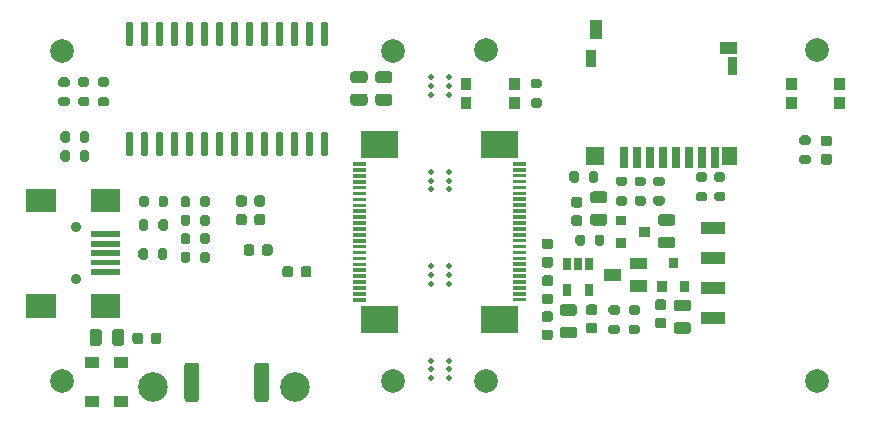
<source format=gbr>
%TF.GenerationSoftware,KiCad,Pcbnew,(5.1.8)-1*%
%TF.CreationDate,2021-06-20T20:47:25+01:00*%
%TF.ProjectId,schem_1,73636865-6d5f-4312-9e6b-696361645f70,rev?*%
%TF.SameCoordinates,Original*%
%TF.FileFunction,Soldermask,Bot*%
%TF.FilePolarity,Negative*%
%FSLAX45Y45*%
G04 Gerber Fmt 4.5, Leading zero omitted, Abs format (unit mm)*
G04 Created by KiCad (PCBNEW (5.1.8)-1) date 2021-06-20 20:47:25*
%MOMM*%
%LPD*%
G01*
G04 APERTURE LIST*
%ADD10C,0.505000*%
%ADD11C,2.505000*%
%ADD12C,2.005000*%
%ADD13C,0.905000*%
G04 APERTURE END LIST*
D10*
%TO.C,mouse-bite-2mm-slot*%
X9221788Y-2720720D03*
X9221788Y-2570720D03*
X9371788Y-2570720D03*
X9371788Y-2720720D03*
X9221788Y-2645720D03*
X9371788Y-2645720D03*
%TD*%
%TO.C,mouse-bite-2mm-slot*%
X9371788Y-1845720D03*
X9221788Y-1845720D03*
X9371788Y-1920720D03*
X9371788Y-1770720D03*
X9221788Y-1770720D03*
X9221788Y-1920720D03*
%TD*%
%TO.C,mouse-bite-2mm-slot*%
X9221788Y-320720D03*
X9221788Y-170720D03*
X9371788Y-170720D03*
X9371788Y-320720D03*
X9221788Y-245720D03*
X9371788Y-245720D03*
%TD*%
%TO.C,mouse-bite-2mm-slot*%
X9371788Y-1045720D03*
X9221788Y-1045720D03*
X9371788Y-1120720D03*
X9371788Y-970720D03*
X9221788Y-970720D03*
X9221788Y-1120720D03*
%TD*%
%TO.C,J4*%
G36*
G01*
X11707228Y-1497696D02*
X11507228Y-1497696D01*
G75*
G02*
X11506978Y-1497446I0J250D01*
G01*
X11506978Y-1397446D01*
G75*
G02*
X11507228Y-1397196I250J0D01*
G01*
X11707228Y-1397196D01*
G75*
G02*
X11707478Y-1397446I0J-250D01*
G01*
X11707478Y-1497446D01*
G75*
G02*
X11707228Y-1497696I-250J0D01*
G01*
G37*
G36*
G01*
X11707228Y-1751696D02*
X11507228Y-1751696D01*
G75*
G02*
X11506978Y-1751446I0J250D01*
G01*
X11506978Y-1651446D01*
G75*
G02*
X11507228Y-1651196I250J0D01*
G01*
X11707228Y-1651196D01*
G75*
G02*
X11707478Y-1651446I0J-250D01*
G01*
X11707478Y-1751446D01*
G75*
G02*
X11707228Y-1751696I-250J0D01*
G01*
G37*
G36*
G01*
X11707228Y-2005696D02*
X11507228Y-2005696D01*
G75*
G02*
X11506978Y-2005446I0J250D01*
G01*
X11506978Y-1905446D01*
G75*
G02*
X11507228Y-1905196I250J0D01*
G01*
X11707228Y-1905196D01*
G75*
G02*
X11707478Y-1905446I0J-250D01*
G01*
X11707478Y-2005446D01*
G75*
G02*
X11707228Y-2005696I-250J0D01*
G01*
G37*
G36*
G01*
X11707228Y-2259696D02*
X11507228Y-2259696D01*
G75*
G02*
X11506978Y-2259446I0J250D01*
G01*
X11506978Y-2159446D01*
G75*
G02*
X11507228Y-2159196I250J0D01*
G01*
X11707228Y-2159196D01*
G75*
G02*
X11707478Y-2159446I0J-250D01*
G01*
X11707478Y-2259446D01*
G75*
G02*
X11707228Y-2259696I-250J0D01*
G01*
G37*
%TD*%
%TO.C,J3*%
G36*
G01*
X10025548Y-2070096D02*
X9915548Y-2070096D01*
G75*
G02*
X9915298Y-2069846I0J250D01*
G01*
X9915298Y-2039846D01*
G75*
G02*
X9915548Y-2039596I250J0D01*
G01*
X10025548Y-2039596D01*
G75*
G02*
X10025798Y-2039846I0J-250D01*
G01*
X10025798Y-2069846D01*
G75*
G02*
X10025548Y-2070096I-250J0D01*
G01*
G37*
G36*
G01*
X10025548Y-2020096D02*
X9915548Y-2020096D01*
G75*
G02*
X9915298Y-2019846I0J250D01*
G01*
X9915298Y-1989846D01*
G75*
G02*
X9915548Y-1989596I250J0D01*
G01*
X10025548Y-1989596D01*
G75*
G02*
X10025798Y-1989846I0J-250D01*
G01*
X10025798Y-2019846D01*
G75*
G02*
X10025548Y-2020096I-250J0D01*
G01*
G37*
G36*
G01*
X10025548Y-1970096D02*
X9915548Y-1970096D01*
G75*
G02*
X9915298Y-1969846I0J250D01*
G01*
X9915298Y-1939846D01*
G75*
G02*
X9915548Y-1939596I250J0D01*
G01*
X10025548Y-1939596D01*
G75*
G02*
X10025798Y-1939846I0J-250D01*
G01*
X10025798Y-1969846D01*
G75*
G02*
X10025548Y-1970096I-250J0D01*
G01*
G37*
G36*
G01*
X10025548Y-1920096D02*
X9915548Y-1920096D01*
G75*
G02*
X9915298Y-1919846I0J250D01*
G01*
X9915298Y-1889846D01*
G75*
G02*
X9915548Y-1889596I250J0D01*
G01*
X10025548Y-1889596D01*
G75*
G02*
X10025798Y-1889846I0J-250D01*
G01*
X10025798Y-1919846D01*
G75*
G02*
X10025548Y-1920096I-250J0D01*
G01*
G37*
G36*
G01*
X10025548Y-1870096D02*
X9915548Y-1870096D01*
G75*
G02*
X9915298Y-1869846I0J250D01*
G01*
X9915298Y-1839846D01*
G75*
G02*
X9915548Y-1839596I250J0D01*
G01*
X10025548Y-1839596D01*
G75*
G02*
X10025798Y-1839846I0J-250D01*
G01*
X10025798Y-1869846D01*
G75*
G02*
X10025548Y-1870096I-250J0D01*
G01*
G37*
G36*
G01*
X10025548Y-1820096D02*
X9915548Y-1820096D01*
G75*
G02*
X9915298Y-1819846I0J250D01*
G01*
X9915298Y-1789846D01*
G75*
G02*
X9915548Y-1789596I250J0D01*
G01*
X10025548Y-1789596D01*
G75*
G02*
X10025798Y-1789846I0J-250D01*
G01*
X10025798Y-1819846D01*
G75*
G02*
X10025548Y-1820096I-250J0D01*
G01*
G37*
G36*
G01*
X10025548Y-1770096D02*
X9915548Y-1770096D01*
G75*
G02*
X9915298Y-1769846I0J250D01*
G01*
X9915298Y-1739846D01*
G75*
G02*
X9915548Y-1739596I250J0D01*
G01*
X10025548Y-1739596D01*
G75*
G02*
X10025798Y-1739846I0J-250D01*
G01*
X10025798Y-1769846D01*
G75*
G02*
X10025548Y-1770096I-250J0D01*
G01*
G37*
G36*
G01*
X10025548Y-1720096D02*
X9915548Y-1720096D01*
G75*
G02*
X9915298Y-1719846I0J250D01*
G01*
X9915298Y-1689846D01*
G75*
G02*
X9915548Y-1689596I250J0D01*
G01*
X10025548Y-1689596D01*
G75*
G02*
X10025798Y-1689846I0J-250D01*
G01*
X10025798Y-1719846D01*
G75*
G02*
X10025548Y-1720096I-250J0D01*
G01*
G37*
G36*
G01*
X10025548Y-1670096D02*
X9915548Y-1670096D01*
G75*
G02*
X9915298Y-1669846I0J250D01*
G01*
X9915298Y-1639846D01*
G75*
G02*
X9915548Y-1639596I250J0D01*
G01*
X10025548Y-1639596D01*
G75*
G02*
X10025798Y-1639846I0J-250D01*
G01*
X10025798Y-1669846D01*
G75*
G02*
X10025548Y-1670096I-250J0D01*
G01*
G37*
G36*
G01*
X10025548Y-1620096D02*
X9915548Y-1620096D01*
G75*
G02*
X9915298Y-1619846I0J250D01*
G01*
X9915298Y-1589846D01*
G75*
G02*
X9915548Y-1589596I250J0D01*
G01*
X10025548Y-1589596D01*
G75*
G02*
X10025798Y-1589846I0J-250D01*
G01*
X10025798Y-1619846D01*
G75*
G02*
X10025548Y-1620096I-250J0D01*
G01*
G37*
G36*
G01*
X10025548Y-1570096D02*
X9915548Y-1570096D01*
G75*
G02*
X9915298Y-1569846I0J250D01*
G01*
X9915298Y-1539846D01*
G75*
G02*
X9915548Y-1539596I250J0D01*
G01*
X10025548Y-1539596D01*
G75*
G02*
X10025798Y-1539846I0J-250D01*
G01*
X10025798Y-1569846D01*
G75*
G02*
X10025548Y-1570096I-250J0D01*
G01*
G37*
G36*
G01*
X10025548Y-1520096D02*
X9915548Y-1520096D01*
G75*
G02*
X9915298Y-1519846I0J250D01*
G01*
X9915298Y-1489846D01*
G75*
G02*
X9915548Y-1489596I250J0D01*
G01*
X10025548Y-1489596D01*
G75*
G02*
X10025798Y-1489846I0J-250D01*
G01*
X10025798Y-1519846D01*
G75*
G02*
X10025548Y-1520096I-250J0D01*
G01*
G37*
G36*
G01*
X10025548Y-1470096D02*
X9915548Y-1470096D01*
G75*
G02*
X9915298Y-1469846I0J250D01*
G01*
X9915298Y-1439846D01*
G75*
G02*
X9915548Y-1439596I250J0D01*
G01*
X10025548Y-1439596D01*
G75*
G02*
X10025798Y-1439846I0J-250D01*
G01*
X10025798Y-1469846D01*
G75*
G02*
X10025548Y-1470096I-250J0D01*
G01*
G37*
G36*
G01*
X10025548Y-1420096D02*
X9915548Y-1420096D01*
G75*
G02*
X9915298Y-1419846I0J250D01*
G01*
X9915298Y-1389846D01*
G75*
G02*
X9915548Y-1389596I250J0D01*
G01*
X10025548Y-1389596D01*
G75*
G02*
X10025798Y-1389846I0J-250D01*
G01*
X10025798Y-1419846D01*
G75*
G02*
X10025548Y-1420096I-250J0D01*
G01*
G37*
G36*
G01*
X10025548Y-1370096D02*
X9915548Y-1370096D01*
G75*
G02*
X9915298Y-1369846I0J250D01*
G01*
X9915298Y-1339846D01*
G75*
G02*
X9915548Y-1339596I250J0D01*
G01*
X10025548Y-1339596D01*
G75*
G02*
X10025798Y-1339846I0J-250D01*
G01*
X10025798Y-1369846D01*
G75*
G02*
X10025548Y-1370096I-250J0D01*
G01*
G37*
G36*
G01*
X10025548Y-1320096D02*
X9915548Y-1320096D01*
G75*
G02*
X9915298Y-1319846I0J250D01*
G01*
X9915298Y-1289846D01*
G75*
G02*
X9915548Y-1289596I250J0D01*
G01*
X10025548Y-1289596D01*
G75*
G02*
X10025798Y-1289846I0J-250D01*
G01*
X10025798Y-1319846D01*
G75*
G02*
X10025548Y-1320096I-250J0D01*
G01*
G37*
G36*
G01*
X10025548Y-1270096D02*
X9915548Y-1270096D01*
G75*
G02*
X9915298Y-1269846I0J250D01*
G01*
X9915298Y-1239846D01*
G75*
G02*
X9915548Y-1239596I250J0D01*
G01*
X10025548Y-1239596D01*
G75*
G02*
X10025798Y-1239846I0J-250D01*
G01*
X10025798Y-1269846D01*
G75*
G02*
X10025548Y-1270096I-250J0D01*
G01*
G37*
G36*
G01*
X10025548Y-1220096D02*
X9915548Y-1220096D01*
G75*
G02*
X9915298Y-1219846I0J250D01*
G01*
X9915298Y-1189846D01*
G75*
G02*
X9915548Y-1189596I250J0D01*
G01*
X10025548Y-1189596D01*
G75*
G02*
X10025798Y-1189846I0J-250D01*
G01*
X10025798Y-1219846D01*
G75*
G02*
X10025548Y-1220096I-250J0D01*
G01*
G37*
G36*
G01*
X10025548Y-1170096D02*
X9915548Y-1170096D01*
G75*
G02*
X9915298Y-1169846I0J250D01*
G01*
X9915298Y-1139846D01*
G75*
G02*
X9915548Y-1139596I250J0D01*
G01*
X10025548Y-1139596D01*
G75*
G02*
X10025798Y-1139846I0J-250D01*
G01*
X10025798Y-1169846D01*
G75*
G02*
X10025548Y-1170096I-250J0D01*
G01*
G37*
G36*
G01*
X10025548Y-1120096D02*
X9915548Y-1120096D01*
G75*
G02*
X9915298Y-1119846I0J250D01*
G01*
X9915298Y-1089846D01*
G75*
G02*
X9915548Y-1089596I250J0D01*
G01*
X10025548Y-1089596D01*
G75*
G02*
X10025798Y-1089846I0J-250D01*
G01*
X10025798Y-1119846D01*
G75*
G02*
X10025548Y-1120096I-250J0D01*
G01*
G37*
G36*
G01*
X10025548Y-1070096D02*
X9915548Y-1070096D01*
G75*
G02*
X9915298Y-1069846I0J250D01*
G01*
X9915298Y-1039846D01*
G75*
G02*
X9915548Y-1039596I250J0D01*
G01*
X10025548Y-1039596D01*
G75*
G02*
X10025798Y-1039846I0J-250D01*
G01*
X10025798Y-1069846D01*
G75*
G02*
X10025548Y-1070096I-250J0D01*
G01*
G37*
G36*
G01*
X10025548Y-1020096D02*
X9915548Y-1020096D01*
G75*
G02*
X9915298Y-1019846I0J250D01*
G01*
X9915298Y-989846D01*
G75*
G02*
X9915548Y-989596I250J0D01*
G01*
X10025548Y-989596D01*
G75*
G02*
X10025798Y-989846I0J-250D01*
G01*
X10025798Y-1019846D01*
G75*
G02*
X10025548Y-1020096I-250J0D01*
G01*
G37*
G36*
G01*
X10025548Y-970096D02*
X9915548Y-970096D01*
G75*
G02*
X9915298Y-969846I0J250D01*
G01*
X9915298Y-939846D01*
G75*
G02*
X9915548Y-939596I250J0D01*
G01*
X10025548Y-939596D01*
G75*
G02*
X10025798Y-939846I0J-250D01*
G01*
X10025798Y-969846D01*
G75*
G02*
X10025548Y-970096I-250J0D01*
G01*
G37*
G36*
G01*
X10025548Y-920096D02*
X9915548Y-920096D01*
G75*
G02*
X9915298Y-919846I0J250D01*
G01*
X9915298Y-889846D01*
G75*
G02*
X9915548Y-889596I250J0D01*
G01*
X10025548Y-889596D01*
G75*
G02*
X10025798Y-889846I0J-250D01*
G01*
X10025798Y-919846D01*
G75*
G02*
X10025548Y-920096I-250J0D01*
G01*
G37*
G36*
G01*
X9955548Y-2337096D02*
X9645548Y-2337096D01*
G75*
G02*
X9645298Y-2336846I0J250D01*
G01*
X9645298Y-2106846D01*
G75*
G02*
X9645548Y-2106596I250J0D01*
G01*
X9955548Y-2106596D01*
G75*
G02*
X9955798Y-2106846I0J-250D01*
G01*
X9955798Y-2336846D01*
G75*
G02*
X9955548Y-2337096I-250J0D01*
G01*
G37*
G36*
G01*
X9955548Y-853096D02*
X9645548Y-853096D01*
G75*
G02*
X9645298Y-852846I0J250D01*
G01*
X9645298Y-622846D01*
G75*
G02*
X9645548Y-622596I250J0D01*
G01*
X9955548Y-622596D01*
G75*
G02*
X9955798Y-622846I0J-250D01*
G01*
X9955798Y-852846D01*
G75*
G02*
X9955548Y-853096I-250J0D01*
G01*
G37*
%TD*%
%TO.C,J2*%
G36*
G01*
X11662920Y-760946D02*
X11662920Y-935946D01*
G75*
G02*
X11662670Y-936196I-250J0D01*
G01*
X11592670Y-936196D01*
G75*
G02*
X11592420Y-935946I0J250D01*
G01*
X11592420Y-760946D01*
G75*
G02*
X11592670Y-760696I250J0D01*
G01*
X11662670Y-760696D01*
G75*
G02*
X11662920Y-760946I0J-250D01*
G01*
G37*
G36*
G01*
X11812920Y-760946D02*
X11812920Y-910946D01*
G75*
G02*
X11812670Y-911196I-250J0D01*
G01*
X11682670Y-911196D01*
G75*
G02*
X11682420Y-910946I0J250D01*
G01*
X11682420Y-760946D01*
G75*
G02*
X11682670Y-760696I250J0D01*
G01*
X11812670Y-760696D01*
G75*
G02*
X11812920Y-760946I0J-250D01*
G01*
G37*
G36*
G01*
X11812920Y-946D02*
X11812920Y-150946D01*
G75*
G02*
X11812670Y-151196I-250J0D01*
G01*
X11732670Y-151196D01*
G75*
G02*
X11732420Y-150946I0J250D01*
G01*
X11732420Y-946D01*
G75*
G02*
X11732670Y-696I250J0D01*
G01*
X11812670Y-696D01*
G75*
G02*
X11812920Y-946I0J-250D01*
G01*
G37*
G36*
G01*
X11812920Y124054D02*
X11812920Y24054D01*
G75*
G02*
X11812670Y23804I-250J0D01*
G01*
X11667670Y23804D01*
G75*
G02*
X11667420Y24054I0J250D01*
G01*
X11667420Y124054D01*
G75*
G02*
X11667670Y124304I250J0D01*
G01*
X11812670Y124304D01*
G75*
G02*
X11812920Y124054I0J-250D01*
G01*
G37*
G36*
G01*
X10617920Y59054D02*
X10617920Y-80946D01*
G75*
G02*
X10617670Y-81196I-250J0D01*
G01*
X10537670Y-81196D01*
G75*
G02*
X10537420Y-80946I0J250D01*
G01*
X10537420Y59054D01*
G75*
G02*
X10537670Y59304I250J0D01*
G01*
X10617670Y59304D01*
G75*
G02*
X10617920Y59054I0J-250D01*
G01*
G37*
G36*
G01*
X11552920Y-760946D02*
X11552920Y-935946D01*
G75*
G02*
X11552670Y-936196I-250J0D01*
G01*
X11482670Y-936196D01*
G75*
G02*
X11482420Y-935946I0J250D01*
G01*
X11482420Y-760946D01*
G75*
G02*
X11482670Y-760696I250J0D01*
G01*
X11552670Y-760696D01*
G75*
G02*
X11552920Y-760946I0J-250D01*
G01*
G37*
G36*
G01*
X11442920Y-760946D02*
X11442920Y-935946D01*
G75*
G02*
X11442670Y-936196I-250J0D01*
G01*
X11372670Y-936196D01*
G75*
G02*
X11372420Y-935946I0J250D01*
G01*
X11372420Y-760946D01*
G75*
G02*
X11372670Y-760696I250J0D01*
G01*
X11442670Y-760696D01*
G75*
G02*
X11442920Y-760946I0J-250D01*
G01*
G37*
G36*
G01*
X11332920Y-760946D02*
X11332920Y-935946D01*
G75*
G02*
X11332670Y-936196I-250J0D01*
G01*
X11262670Y-936196D01*
G75*
G02*
X11262420Y-935946I0J250D01*
G01*
X11262420Y-760946D01*
G75*
G02*
X11262670Y-760696I250J0D01*
G01*
X11332670Y-760696D01*
G75*
G02*
X11332920Y-760946I0J-250D01*
G01*
G37*
G36*
G01*
X11222920Y-760946D02*
X11222920Y-935946D01*
G75*
G02*
X11222670Y-936196I-250J0D01*
G01*
X11152670Y-936196D01*
G75*
G02*
X11152420Y-935946I0J250D01*
G01*
X11152420Y-760946D01*
G75*
G02*
X11152670Y-760696I250J0D01*
G01*
X11222670Y-760696D01*
G75*
G02*
X11222920Y-760946I0J-250D01*
G01*
G37*
G36*
G01*
X11112920Y-760946D02*
X11112920Y-935946D01*
G75*
G02*
X11112670Y-936196I-250J0D01*
G01*
X11042670Y-936196D01*
G75*
G02*
X11042420Y-935946I0J250D01*
G01*
X11042420Y-760946D01*
G75*
G02*
X11042670Y-760696I250J0D01*
G01*
X11112670Y-760696D01*
G75*
G02*
X11112920Y-760946I0J-250D01*
G01*
G37*
G36*
G01*
X11002920Y-760946D02*
X11002920Y-935946D01*
G75*
G02*
X11002670Y-936196I-250J0D01*
G01*
X10932670Y-936196D01*
G75*
G02*
X10932420Y-935946I0J250D01*
G01*
X10932420Y-760946D01*
G75*
G02*
X10932670Y-760696I250J0D01*
G01*
X11002670Y-760696D01*
G75*
G02*
X11002920Y-760946I0J-250D01*
G01*
G37*
G36*
G01*
X10892920Y-760946D02*
X10892920Y-935946D01*
G75*
G02*
X10892670Y-936196I-250J0D01*
G01*
X10822670Y-936196D01*
G75*
G02*
X10822420Y-935946I0J250D01*
G01*
X10822420Y-760946D01*
G75*
G02*
X10822670Y-760696I250J0D01*
G01*
X10892670Y-760696D01*
G75*
G02*
X10892920Y-760946I0J-250D01*
G01*
G37*
G36*
G01*
X10687920Y-760946D02*
X10687920Y-910946D01*
G75*
G02*
X10687670Y-911196I-250J0D01*
G01*
X10537670Y-911196D01*
G75*
G02*
X10537420Y-910946I0J250D01*
G01*
X10537420Y-760946D01*
G75*
G02*
X10537670Y-760696I250J0D01*
G01*
X10687670Y-760696D01*
G75*
G02*
X10687920Y-760946I0J-250D01*
G01*
G37*
G36*
G01*
X10667920Y309054D02*
X10667920Y154054D01*
G75*
G02*
X10667670Y153804I-250J0D01*
G01*
X10567670Y153804D01*
G75*
G02*
X10567420Y154054I0J250D01*
G01*
X10567420Y309054D01*
G75*
G02*
X10567670Y309304I250J0D01*
G01*
X10667670Y309304D01*
G75*
G02*
X10667920Y309054I0J-250D01*
G01*
G37*
%TD*%
%TO.C,SW1*%
G36*
G01*
X9881790Y-441564D02*
X9881790Y-341564D01*
G75*
G02*
X9882040Y-341314I250J0D01*
G01*
X9972040Y-341314D01*
G75*
G02*
X9972290Y-341564I0J-250D01*
G01*
X9972290Y-441564D01*
G75*
G02*
X9972040Y-441814I-250J0D01*
G01*
X9882040Y-441814D01*
G75*
G02*
X9881790Y-441564I0J250D01*
G01*
G37*
G36*
G01*
X9562290Y-341564D02*
X9562290Y-441564D01*
G75*
G02*
X9562040Y-441814I-250J0D01*
G01*
X9472040Y-441814D01*
G75*
G02*
X9471790Y-441564I0J250D01*
G01*
X9471790Y-341564D01*
G75*
G02*
X9472040Y-341314I250J0D01*
G01*
X9562040Y-341314D01*
G75*
G02*
X9562290Y-341564I0J-250D01*
G01*
G37*
G36*
G01*
X9562290Y-178464D02*
X9562290Y-278464D01*
G75*
G02*
X9562040Y-278714I-250J0D01*
G01*
X9472040Y-278714D01*
G75*
G02*
X9471790Y-278464I0J250D01*
G01*
X9471790Y-178464D01*
G75*
G02*
X9472040Y-178214I250J0D01*
G01*
X9562040Y-178214D01*
G75*
G02*
X9562290Y-178464I0J-250D01*
G01*
G37*
G36*
G01*
X9972290Y-178464D02*
X9972290Y-278464D01*
G75*
G02*
X9972040Y-278714I-250J0D01*
G01*
X9882040Y-278714D01*
G75*
G02*
X9881790Y-278464I0J250D01*
G01*
X9881790Y-178464D01*
G75*
G02*
X9882040Y-178214I250J0D01*
G01*
X9972040Y-178214D01*
G75*
G02*
X9972290Y-178464I0J-250D01*
G01*
G37*
%TD*%
D11*
%TO.C,C2*%
X6871280Y-2791720D03*
X8071280Y-2791720D03*
%TD*%
D12*
%TO.C,H8*%
X8896280Y54280D03*
%TD*%
%TO.C,H7*%
X8896280Y-2745720D03*
%TD*%
%TO.C,H6*%
X6096280Y54280D03*
%TD*%
%TO.C,H5*%
X6096280Y-2745720D03*
%TD*%
%TO.C,J6*%
G36*
G01*
X8561780Y-890614D02*
X8671780Y-890614D01*
G75*
G02*
X8672030Y-890864I0J-250D01*
G01*
X8672030Y-920864D01*
G75*
G02*
X8671780Y-921114I-250J0D01*
G01*
X8561780Y-921114D01*
G75*
G02*
X8561530Y-920864I0J250D01*
G01*
X8561530Y-890864D01*
G75*
G02*
X8561780Y-890614I250J0D01*
G01*
G37*
G36*
G01*
X8561780Y-940614D02*
X8671780Y-940614D01*
G75*
G02*
X8672030Y-940864I0J-250D01*
G01*
X8672030Y-970864D01*
G75*
G02*
X8671780Y-971114I-250J0D01*
G01*
X8561780Y-971114D01*
G75*
G02*
X8561530Y-970864I0J250D01*
G01*
X8561530Y-940864D01*
G75*
G02*
X8561780Y-940614I250J0D01*
G01*
G37*
G36*
G01*
X8561780Y-990614D02*
X8671780Y-990614D01*
G75*
G02*
X8672030Y-990864I0J-250D01*
G01*
X8672030Y-1020864D01*
G75*
G02*
X8671780Y-1021114I-250J0D01*
G01*
X8561780Y-1021114D01*
G75*
G02*
X8561530Y-1020864I0J250D01*
G01*
X8561530Y-990864D01*
G75*
G02*
X8561780Y-990614I250J0D01*
G01*
G37*
G36*
G01*
X8561780Y-1040614D02*
X8671780Y-1040614D01*
G75*
G02*
X8672030Y-1040864I0J-250D01*
G01*
X8672030Y-1070864D01*
G75*
G02*
X8671780Y-1071114I-250J0D01*
G01*
X8561780Y-1071114D01*
G75*
G02*
X8561530Y-1070864I0J250D01*
G01*
X8561530Y-1040864D01*
G75*
G02*
X8561780Y-1040614I250J0D01*
G01*
G37*
G36*
G01*
X8561780Y-1090614D02*
X8671780Y-1090614D01*
G75*
G02*
X8672030Y-1090864I0J-250D01*
G01*
X8672030Y-1120864D01*
G75*
G02*
X8671780Y-1121114I-250J0D01*
G01*
X8561780Y-1121114D01*
G75*
G02*
X8561530Y-1120864I0J250D01*
G01*
X8561530Y-1090864D01*
G75*
G02*
X8561780Y-1090614I250J0D01*
G01*
G37*
G36*
G01*
X8561780Y-1140614D02*
X8671780Y-1140614D01*
G75*
G02*
X8672030Y-1140864I0J-250D01*
G01*
X8672030Y-1170864D01*
G75*
G02*
X8671780Y-1171114I-250J0D01*
G01*
X8561780Y-1171114D01*
G75*
G02*
X8561530Y-1170864I0J250D01*
G01*
X8561530Y-1140864D01*
G75*
G02*
X8561780Y-1140614I250J0D01*
G01*
G37*
G36*
G01*
X8561780Y-1190614D02*
X8671780Y-1190614D01*
G75*
G02*
X8672030Y-1190864I0J-250D01*
G01*
X8672030Y-1220864D01*
G75*
G02*
X8671780Y-1221114I-250J0D01*
G01*
X8561780Y-1221114D01*
G75*
G02*
X8561530Y-1220864I0J250D01*
G01*
X8561530Y-1190864D01*
G75*
G02*
X8561780Y-1190614I250J0D01*
G01*
G37*
G36*
G01*
X8561780Y-1240614D02*
X8671780Y-1240614D01*
G75*
G02*
X8672030Y-1240864I0J-250D01*
G01*
X8672030Y-1270864D01*
G75*
G02*
X8671780Y-1271114I-250J0D01*
G01*
X8561780Y-1271114D01*
G75*
G02*
X8561530Y-1270864I0J250D01*
G01*
X8561530Y-1240864D01*
G75*
G02*
X8561780Y-1240614I250J0D01*
G01*
G37*
G36*
G01*
X8561780Y-1290614D02*
X8671780Y-1290614D01*
G75*
G02*
X8672030Y-1290864I0J-250D01*
G01*
X8672030Y-1320864D01*
G75*
G02*
X8671780Y-1321114I-250J0D01*
G01*
X8561780Y-1321114D01*
G75*
G02*
X8561530Y-1320864I0J250D01*
G01*
X8561530Y-1290864D01*
G75*
G02*
X8561780Y-1290614I250J0D01*
G01*
G37*
G36*
G01*
X8561780Y-1340614D02*
X8671780Y-1340614D01*
G75*
G02*
X8672030Y-1340864I0J-250D01*
G01*
X8672030Y-1370864D01*
G75*
G02*
X8671780Y-1371114I-250J0D01*
G01*
X8561780Y-1371114D01*
G75*
G02*
X8561530Y-1370864I0J250D01*
G01*
X8561530Y-1340864D01*
G75*
G02*
X8561780Y-1340614I250J0D01*
G01*
G37*
G36*
G01*
X8561780Y-1390614D02*
X8671780Y-1390614D01*
G75*
G02*
X8672030Y-1390864I0J-250D01*
G01*
X8672030Y-1420864D01*
G75*
G02*
X8671780Y-1421114I-250J0D01*
G01*
X8561780Y-1421114D01*
G75*
G02*
X8561530Y-1420864I0J250D01*
G01*
X8561530Y-1390864D01*
G75*
G02*
X8561780Y-1390614I250J0D01*
G01*
G37*
G36*
G01*
X8561780Y-1440614D02*
X8671780Y-1440614D01*
G75*
G02*
X8672030Y-1440864I0J-250D01*
G01*
X8672030Y-1470864D01*
G75*
G02*
X8671780Y-1471114I-250J0D01*
G01*
X8561780Y-1471114D01*
G75*
G02*
X8561530Y-1470864I0J250D01*
G01*
X8561530Y-1440864D01*
G75*
G02*
X8561780Y-1440614I250J0D01*
G01*
G37*
G36*
G01*
X8561780Y-1490614D02*
X8671780Y-1490614D01*
G75*
G02*
X8672030Y-1490864I0J-250D01*
G01*
X8672030Y-1520864D01*
G75*
G02*
X8671780Y-1521114I-250J0D01*
G01*
X8561780Y-1521114D01*
G75*
G02*
X8561530Y-1520864I0J250D01*
G01*
X8561530Y-1490864D01*
G75*
G02*
X8561780Y-1490614I250J0D01*
G01*
G37*
G36*
G01*
X8561780Y-1540614D02*
X8671780Y-1540614D01*
G75*
G02*
X8672030Y-1540864I0J-250D01*
G01*
X8672030Y-1570864D01*
G75*
G02*
X8671780Y-1571114I-250J0D01*
G01*
X8561780Y-1571114D01*
G75*
G02*
X8561530Y-1570864I0J250D01*
G01*
X8561530Y-1540864D01*
G75*
G02*
X8561780Y-1540614I250J0D01*
G01*
G37*
G36*
G01*
X8561780Y-1590614D02*
X8671780Y-1590614D01*
G75*
G02*
X8672030Y-1590864I0J-250D01*
G01*
X8672030Y-1620864D01*
G75*
G02*
X8671780Y-1621114I-250J0D01*
G01*
X8561780Y-1621114D01*
G75*
G02*
X8561530Y-1620864I0J250D01*
G01*
X8561530Y-1590864D01*
G75*
G02*
X8561780Y-1590614I250J0D01*
G01*
G37*
G36*
G01*
X8561780Y-1640614D02*
X8671780Y-1640614D01*
G75*
G02*
X8672030Y-1640864I0J-250D01*
G01*
X8672030Y-1670864D01*
G75*
G02*
X8671780Y-1671114I-250J0D01*
G01*
X8561780Y-1671114D01*
G75*
G02*
X8561530Y-1670864I0J250D01*
G01*
X8561530Y-1640864D01*
G75*
G02*
X8561780Y-1640614I250J0D01*
G01*
G37*
G36*
G01*
X8561780Y-1690614D02*
X8671780Y-1690614D01*
G75*
G02*
X8672030Y-1690864I0J-250D01*
G01*
X8672030Y-1720864D01*
G75*
G02*
X8671780Y-1721114I-250J0D01*
G01*
X8561780Y-1721114D01*
G75*
G02*
X8561530Y-1720864I0J250D01*
G01*
X8561530Y-1690864D01*
G75*
G02*
X8561780Y-1690614I250J0D01*
G01*
G37*
G36*
G01*
X8561780Y-1740614D02*
X8671780Y-1740614D01*
G75*
G02*
X8672030Y-1740864I0J-250D01*
G01*
X8672030Y-1770864D01*
G75*
G02*
X8671780Y-1771114I-250J0D01*
G01*
X8561780Y-1771114D01*
G75*
G02*
X8561530Y-1770864I0J250D01*
G01*
X8561530Y-1740864D01*
G75*
G02*
X8561780Y-1740614I250J0D01*
G01*
G37*
G36*
G01*
X8561780Y-1790614D02*
X8671780Y-1790614D01*
G75*
G02*
X8672030Y-1790864I0J-250D01*
G01*
X8672030Y-1820864D01*
G75*
G02*
X8671780Y-1821114I-250J0D01*
G01*
X8561780Y-1821114D01*
G75*
G02*
X8561530Y-1820864I0J250D01*
G01*
X8561530Y-1790864D01*
G75*
G02*
X8561780Y-1790614I250J0D01*
G01*
G37*
G36*
G01*
X8561780Y-1840614D02*
X8671780Y-1840614D01*
G75*
G02*
X8672030Y-1840864I0J-250D01*
G01*
X8672030Y-1870864D01*
G75*
G02*
X8671780Y-1871114I-250J0D01*
G01*
X8561780Y-1871114D01*
G75*
G02*
X8561530Y-1870864I0J250D01*
G01*
X8561530Y-1840864D01*
G75*
G02*
X8561780Y-1840614I250J0D01*
G01*
G37*
G36*
G01*
X8561780Y-1890614D02*
X8671780Y-1890614D01*
G75*
G02*
X8672030Y-1890864I0J-250D01*
G01*
X8672030Y-1920864D01*
G75*
G02*
X8671780Y-1921114I-250J0D01*
G01*
X8561780Y-1921114D01*
G75*
G02*
X8561530Y-1920864I0J250D01*
G01*
X8561530Y-1890864D01*
G75*
G02*
X8561780Y-1890614I250J0D01*
G01*
G37*
G36*
G01*
X8561780Y-1940614D02*
X8671780Y-1940614D01*
G75*
G02*
X8672030Y-1940864I0J-250D01*
G01*
X8672030Y-1970864D01*
G75*
G02*
X8671780Y-1971114I-250J0D01*
G01*
X8561780Y-1971114D01*
G75*
G02*
X8561530Y-1970864I0J250D01*
G01*
X8561530Y-1940864D01*
G75*
G02*
X8561780Y-1940614I250J0D01*
G01*
G37*
G36*
G01*
X8561780Y-1990614D02*
X8671780Y-1990614D01*
G75*
G02*
X8672030Y-1990864I0J-250D01*
G01*
X8672030Y-2020864D01*
G75*
G02*
X8671780Y-2021114I-250J0D01*
G01*
X8561780Y-2021114D01*
G75*
G02*
X8561530Y-2020864I0J250D01*
G01*
X8561530Y-1990864D01*
G75*
G02*
X8561780Y-1990614I250J0D01*
G01*
G37*
G36*
G01*
X8561780Y-2040614D02*
X8671780Y-2040614D01*
G75*
G02*
X8672030Y-2040864I0J-250D01*
G01*
X8672030Y-2070864D01*
G75*
G02*
X8671780Y-2071114I-250J0D01*
G01*
X8561780Y-2071114D01*
G75*
G02*
X8561530Y-2070864I0J250D01*
G01*
X8561530Y-2040864D01*
G75*
G02*
X8561780Y-2040614I250J0D01*
G01*
G37*
G36*
G01*
X8631780Y-623614D02*
X8941780Y-623614D01*
G75*
G02*
X8942030Y-623864I0J-250D01*
G01*
X8942030Y-853864D01*
G75*
G02*
X8941780Y-854114I-250J0D01*
G01*
X8631780Y-854114D01*
G75*
G02*
X8631530Y-853864I0J250D01*
G01*
X8631530Y-623864D01*
G75*
G02*
X8631780Y-623614I250J0D01*
G01*
G37*
G36*
G01*
X8631780Y-2107614D02*
X8941780Y-2107614D01*
G75*
G02*
X8942030Y-2107864I0J-250D01*
G01*
X8942030Y-2337864D01*
G75*
G02*
X8941780Y-2338114I-250J0D01*
G01*
X8631780Y-2338114D01*
G75*
G02*
X8631530Y-2337864I0J250D01*
G01*
X8631530Y-2107864D01*
G75*
G02*
X8631780Y-2107614I250J0D01*
G01*
G37*
%TD*%
%TO.C,R29*%
G36*
G01*
X6083926Y-703893D02*
X6083926Y-648643D01*
G75*
G02*
X6104051Y-628518I20125J0D01*
G01*
X6144301Y-628518D01*
G75*
G02*
X6164426Y-648643I0J-20125D01*
G01*
X6164426Y-703893D01*
G75*
G02*
X6144301Y-724018I-20125J0D01*
G01*
X6104051Y-724018D01*
G75*
G02*
X6083926Y-703893I0J20125D01*
G01*
G37*
G36*
G01*
X6248926Y-703893D02*
X6248926Y-648643D01*
G75*
G02*
X6269051Y-628518I20125J0D01*
G01*
X6309301Y-628518D01*
G75*
G02*
X6329426Y-648643I0J-20125D01*
G01*
X6329426Y-703893D01*
G75*
G02*
X6309301Y-724018I-20125J0D01*
G01*
X6269051Y-724018D01*
G75*
G02*
X6248926Y-703893I0J20125D01*
G01*
G37*
%TD*%
%TO.C,R28*%
G36*
G01*
X6083926Y-866453D02*
X6083926Y-811203D01*
G75*
G02*
X6104051Y-791078I20125J0D01*
G01*
X6144301Y-791078D01*
G75*
G02*
X6164426Y-811203I0J-20125D01*
G01*
X6164426Y-866453D01*
G75*
G02*
X6144301Y-886578I-20125J0D01*
G01*
X6104051Y-886578D01*
G75*
G02*
X6083926Y-866453I0J20125D01*
G01*
G37*
G36*
G01*
X6248926Y-866453D02*
X6248926Y-811203D01*
G75*
G02*
X6269051Y-791078I20125J0D01*
G01*
X6309301Y-791078D01*
G75*
G02*
X6329426Y-811203I0J-20125D01*
G01*
X6329426Y-866453D01*
G75*
G02*
X6309301Y-886578I-20125J0D01*
G01*
X6269051Y-886578D01*
G75*
G02*
X6248926Y-866453I0J20125D01*
G01*
G37*
%TD*%
%TO.C,R10*%
G36*
G01*
X7267820Y-1409928D02*
X7267820Y-1354678D01*
G75*
G02*
X7287945Y-1334553I20125J0D01*
G01*
X7328195Y-1334553D01*
G75*
G02*
X7348320Y-1354678I0J-20125D01*
G01*
X7348320Y-1409928D01*
G75*
G02*
X7328195Y-1430053I-20125J0D01*
G01*
X7287945Y-1430053D01*
G75*
G02*
X7267820Y-1409928I0J20125D01*
G01*
G37*
G36*
G01*
X7102820Y-1409928D02*
X7102820Y-1354678D01*
G75*
G02*
X7122945Y-1334553I20125J0D01*
G01*
X7163195Y-1334553D01*
G75*
G02*
X7183320Y-1354678I0J-20125D01*
G01*
X7183320Y-1409928D01*
G75*
G02*
X7163195Y-1430053I-20125J0D01*
G01*
X7122945Y-1430053D01*
G75*
G02*
X7102820Y-1409928I0J20125D01*
G01*
G37*
%TD*%
%TO.C,R9*%
G36*
G01*
X7267820Y-1566562D02*
X7267820Y-1511312D01*
G75*
G02*
X7287945Y-1491187I20125J0D01*
G01*
X7328195Y-1491187D01*
G75*
G02*
X7348320Y-1511312I0J-20125D01*
G01*
X7348320Y-1566562D01*
G75*
G02*
X7328195Y-1586687I-20125J0D01*
G01*
X7287945Y-1586687D01*
G75*
G02*
X7267820Y-1566562I0J20125D01*
G01*
G37*
G36*
G01*
X7102820Y-1566562D02*
X7102820Y-1511312D01*
G75*
G02*
X7122945Y-1491187I20125J0D01*
G01*
X7163195Y-1491187D01*
G75*
G02*
X7183320Y-1511312I0J-20125D01*
G01*
X7183320Y-1566562D01*
G75*
G02*
X7163195Y-1586687I-20125J0D01*
G01*
X7122945Y-1586687D01*
G75*
G02*
X7102820Y-1566562I0J20125D01*
G01*
G37*
%TD*%
%TO.C,H4*%
X9686248Y55254D03*
%TD*%
%TO.C,H3*%
X12486248Y55254D03*
%TD*%
%TO.C,H2*%
X12486248Y-2744746D03*
%TD*%
%TO.C,H1*%
X9686248Y-2744746D03*
%TD*%
%TO.C,U8*%
G36*
G01*
X8335235Y-837290D02*
X8304985Y-837290D01*
G75*
G02*
X8289860Y-822165I0J15125D01*
G01*
X8289860Y-646915D01*
G75*
G02*
X8304985Y-631790I15125J0D01*
G01*
X8335235Y-631790D01*
G75*
G02*
X8350360Y-646915I0J-15125D01*
G01*
X8350360Y-822165D01*
G75*
G02*
X8335235Y-837290I-15125J0D01*
G01*
G37*
G36*
G01*
X8208235Y-837290D02*
X8177985Y-837290D01*
G75*
G02*
X8162860Y-822165I0J15125D01*
G01*
X8162860Y-646915D01*
G75*
G02*
X8177985Y-631790I15125J0D01*
G01*
X8208235Y-631790D01*
G75*
G02*
X8223360Y-646915I0J-15125D01*
G01*
X8223360Y-822165D01*
G75*
G02*
X8208235Y-837290I-15125J0D01*
G01*
G37*
G36*
G01*
X8081235Y-837290D02*
X8050985Y-837290D01*
G75*
G02*
X8035860Y-822165I0J15125D01*
G01*
X8035860Y-646915D01*
G75*
G02*
X8050985Y-631790I15125J0D01*
G01*
X8081235Y-631790D01*
G75*
G02*
X8096360Y-646915I0J-15125D01*
G01*
X8096360Y-822165D01*
G75*
G02*
X8081235Y-837290I-15125J0D01*
G01*
G37*
G36*
G01*
X7954235Y-837290D02*
X7923985Y-837290D01*
G75*
G02*
X7908860Y-822165I0J15125D01*
G01*
X7908860Y-646915D01*
G75*
G02*
X7923985Y-631790I15125J0D01*
G01*
X7954235Y-631790D01*
G75*
G02*
X7969360Y-646915I0J-15125D01*
G01*
X7969360Y-822165D01*
G75*
G02*
X7954235Y-837290I-15125J0D01*
G01*
G37*
G36*
G01*
X7827235Y-837290D02*
X7796985Y-837290D01*
G75*
G02*
X7781860Y-822165I0J15125D01*
G01*
X7781860Y-646915D01*
G75*
G02*
X7796985Y-631790I15125J0D01*
G01*
X7827235Y-631790D01*
G75*
G02*
X7842360Y-646915I0J-15125D01*
G01*
X7842360Y-822165D01*
G75*
G02*
X7827235Y-837290I-15125J0D01*
G01*
G37*
G36*
G01*
X7700235Y-837290D02*
X7669985Y-837290D01*
G75*
G02*
X7654860Y-822165I0J15125D01*
G01*
X7654860Y-646915D01*
G75*
G02*
X7669985Y-631790I15125J0D01*
G01*
X7700235Y-631790D01*
G75*
G02*
X7715360Y-646915I0J-15125D01*
G01*
X7715360Y-822165D01*
G75*
G02*
X7700235Y-837290I-15125J0D01*
G01*
G37*
G36*
G01*
X7573235Y-837290D02*
X7542985Y-837290D01*
G75*
G02*
X7527860Y-822165I0J15125D01*
G01*
X7527860Y-646915D01*
G75*
G02*
X7542985Y-631790I15125J0D01*
G01*
X7573235Y-631790D01*
G75*
G02*
X7588360Y-646915I0J-15125D01*
G01*
X7588360Y-822165D01*
G75*
G02*
X7573235Y-837290I-15125J0D01*
G01*
G37*
G36*
G01*
X7446235Y-837290D02*
X7415985Y-837290D01*
G75*
G02*
X7400860Y-822165I0J15125D01*
G01*
X7400860Y-646915D01*
G75*
G02*
X7415985Y-631790I15125J0D01*
G01*
X7446235Y-631790D01*
G75*
G02*
X7461360Y-646915I0J-15125D01*
G01*
X7461360Y-822165D01*
G75*
G02*
X7446235Y-837290I-15125J0D01*
G01*
G37*
G36*
G01*
X7319235Y-837290D02*
X7288985Y-837290D01*
G75*
G02*
X7273860Y-822165I0J15125D01*
G01*
X7273860Y-646915D01*
G75*
G02*
X7288985Y-631790I15125J0D01*
G01*
X7319235Y-631790D01*
G75*
G02*
X7334360Y-646915I0J-15125D01*
G01*
X7334360Y-822165D01*
G75*
G02*
X7319235Y-837290I-15125J0D01*
G01*
G37*
G36*
G01*
X7192235Y-837290D02*
X7161985Y-837290D01*
G75*
G02*
X7146860Y-822165I0J15125D01*
G01*
X7146860Y-646915D01*
G75*
G02*
X7161985Y-631790I15125J0D01*
G01*
X7192235Y-631790D01*
G75*
G02*
X7207360Y-646915I0J-15125D01*
G01*
X7207360Y-822165D01*
G75*
G02*
X7192235Y-837290I-15125J0D01*
G01*
G37*
G36*
G01*
X7065235Y-837290D02*
X7034985Y-837290D01*
G75*
G02*
X7019860Y-822165I0J15125D01*
G01*
X7019860Y-646915D01*
G75*
G02*
X7034985Y-631790I15125J0D01*
G01*
X7065235Y-631790D01*
G75*
G02*
X7080360Y-646915I0J-15125D01*
G01*
X7080360Y-822165D01*
G75*
G02*
X7065235Y-837290I-15125J0D01*
G01*
G37*
G36*
G01*
X6938235Y-837290D02*
X6907985Y-837290D01*
G75*
G02*
X6892860Y-822165I0J15125D01*
G01*
X6892860Y-646915D01*
G75*
G02*
X6907985Y-631790I15125J0D01*
G01*
X6938235Y-631790D01*
G75*
G02*
X6953360Y-646915I0J-15125D01*
G01*
X6953360Y-822165D01*
G75*
G02*
X6938235Y-837290I-15125J0D01*
G01*
G37*
G36*
G01*
X6811235Y-837290D02*
X6780985Y-837290D01*
G75*
G02*
X6765860Y-822165I0J15125D01*
G01*
X6765860Y-646915D01*
G75*
G02*
X6780985Y-631790I15125J0D01*
G01*
X6811235Y-631790D01*
G75*
G02*
X6826360Y-646915I0J-15125D01*
G01*
X6826360Y-822165D01*
G75*
G02*
X6811235Y-837290I-15125J0D01*
G01*
G37*
G36*
G01*
X6684235Y-837290D02*
X6653985Y-837290D01*
G75*
G02*
X6638860Y-822165I0J15125D01*
G01*
X6638860Y-646915D01*
G75*
G02*
X6653985Y-631790I15125J0D01*
G01*
X6684235Y-631790D01*
G75*
G02*
X6699360Y-646915I0J-15125D01*
G01*
X6699360Y-822165D01*
G75*
G02*
X6684235Y-837290I-15125J0D01*
G01*
G37*
G36*
G01*
X6684235Y92710D02*
X6653985Y92710D01*
G75*
G02*
X6638860Y107835I0J15125D01*
G01*
X6638860Y283085D01*
G75*
G02*
X6653985Y298210I15125J0D01*
G01*
X6684235Y298210D01*
G75*
G02*
X6699360Y283085I0J-15125D01*
G01*
X6699360Y107835D01*
G75*
G02*
X6684235Y92710I-15125J0D01*
G01*
G37*
G36*
G01*
X6811235Y92710D02*
X6780985Y92710D01*
G75*
G02*
X6765860Y107835I0J15125D01*
G01*
X6765860Y283085D01*
G75*
G02*
X6780985Y298210I15125J0D01*
G01*
X6811235Y298210D01*
G75*
G02*
X6826360Y283085I0J-15125D01*
G01*
X6826360Y107835D01*
G75*
G02*
X6811235Y92710I-15125J0D01*
G01*
G37*
G36*
G01*
X6938235Y92710D02*
X6907985Y92710D01*
G75*
G02*
X6892860Y107835I0J15125D01*
G01*
X6892860Y283085D01*
G75*
G02*
X6907985Y298210I15125J0D01*
G01*
X6938235Y298210D01*
G75*
G02*
X6953360Y283085I0J-15125D01*
G01*
X6953360Y107835D01*
G75*
G02*
X6938235Y92710I-15125J0D01*
G01*
G37*
G36*
G01*
X7065235Y92710D02*
X7034985Y92710D01*
G75*
G02*
X7019860Y107835I0J15125D01*
G01*
X7019860Y283085D01*
G75*
G02*
X7034985Y298210I15125J0D01*
G01*
X7065235Y298210D01*
G75*
G02*
X7080360Y283085I0J-15125D01*
G01*
X7080360Y107835D01*
G75*
G02*
X7065235Y92710I-15125J0D01*
G01*
G37*
G36*
G01*
X7192235Y92710D02*
X7161985Y92710D01*
G75*
G02*
X7146860Y107835I0J15125D01*
G01*
X7146860Y283085D01*
G75*
G02*
X7161985Y298210I15125J0D01*
G01*
X7192235Y298210D01*
G75*
G02*
X7207360Y283085I0J-15125D01*
G01*
X7207360Y107835D01*
G75*
G02*
X7192235Y92710I-15125J0D01*
G01*
G37*
G36*
G01*
X7319235Y92710D02*
X7288985Y92710D01*
G75*
G02*
X7273860Y107835I0J15125D01*
G01*
X7273860Y283085D01*
G75*
G02*
X7288985Y298210I15125J0D01*
G01*
X7319235Y298210D01*
G75*
G02*
X7334360Y283085I0J-15125D01*
G01*
X7334360Y107835D01*
G75*
G02*
X7319235Y92710I-15125J0D01*
G01*
G37*
G36*
G01*
X7446235Y92710D02*
X7415985Y92710D01*
G75*
G02*
X7400860Y107835I0J15125D01*
G01*
X7400860Y283085D01*
G75*
G02*
X7415985Y298210I15125J0D01*
G01*
X7446235Y298210D01*
G75*
G02*
X7461360Y283085I0J-15125D01*
G01*
X7461360Y107835D01*
G75*
G02*
X7446235Y92710I-15125J0D01*
G01*
G37*
G36*
G01*
X7573235Y92710D02*
X7542985Y92710D01*
G75*
G02*
X7527860Y107835I0J15125D01*
G01*
X7527860Y283085D01*
G75*
G02*
X7542985Y298210I15125J0D01*
G01*
X7573235Y298210D01*
G75*
G02*
X7588360Y283085I0J-15125D01*
G01*
X7588360Y107835D01*
G75*
G02*
X7573235Y92710I-15125J0D01*
G01*
G37*
G36*
G01*
X7700235Y92710D02*
X7669985Y92710D01*
G75*
G02*
X7654860Y107835I0J15125D01*
G01*
X7654860Y283085D01*
G75*
G02*
X7669985Y298210I15125J0D01*
G01*
X7700235Y298210D01*
G75*
G02*
X7715360Y283085I0J-15125D01*
G01*
X7715360Y107835D01*
G75*
G02*
X7700235Y92710I-15125J0D01*
G01*
G37*
G36*
G01*
X7827235Y92710D02*
X7796985Y92710D01*
G75*
G02*
X7781860Y107835I0J15125D01*
G01*
X7781860Y283085D01*
G75*
G02*
X7796985Y298210I15125J0D01*
G01*
X7827235Y298210D01*
G75*
G02*
X7842360Y283085I0J-15125D01*
G01*
X7842360Y107835D01*
G75*
G02*
X7827235Y92710I-15125J0D01*
G01*
G37*
G36*
G01*
X7954235Y92710D02*
X7923985Y92710D01*
G75*
G02*
X7908860Y107835I0J15125D01*
G01*
X7908860Y283085D01*
G75*
G02*
X7923985Y298210I15125J0D01*
G01*
X7954235Y298210D01*
G75*
G02*
X7969360Y283085I0J-15125D01*
G01*
X7969360Y107835D01*
G75*
G02*
X7954235Y92710I-15125J0D01*
G01*
G37*
G36*
G01*
X8081235Y92710D02*
X8050985Y92710D01*
G75*
G02*
X8035860Y107835I0J15125D01*
G01*
X8035860Y283085D01*
G75*
G02*
X8050985Y298210I15125J0D01*
G01*
X8081235Y298210D01*
G75*
G02*
X8096360Y283085I0J-15125D01*
G01*
X8096360Y107835D01*
G75*
G02*
X8081235Y92710I-15125J0D01*
G01*
G37*
G36*
G01*
X8208235Y92710D02*
X8177985Y92710D01*
G75*
G02*
X8162860Y107835I0J15125D01*
G01*
X8162860Y283085D01*
G75*
G02*
X8177985Y298210I15125J0D01*
G01*
X8208235Y298210D01*
G75*
G02*
X8223360Y283085I0J-15125D01*
G01*
X8223360Y107835D01*
G75*
G02*
X8208235Y92710I-15125J0D01*
G01*
G37*
G36*
G01*
X8335235Y92710D02*
X8304985Y92710D01*
G75*
G02*
X8289860Y107835I0J15125D01*
G01*
X8289860Y283085D01*
G75*
G02*
X8304985Y298210I15125J0D01*
G01*
X8335235Y298210D01*
G75*
G02*
X8350360Y283085I0J-15125D01*
G01*
X8350360Y107835D01*
G75*
G02*
X8335235Y92710I-15125J0D01*
G01*
G37*
%TD*%
%TO.C,U6*%
G36*
G01*
X11408748Y-1988646D02*
X11328748Y-1988646D01*
G75*
G02*
X11328498Y-1988396I0J250D01*
G01*
X11328498Y-1898396D01*
G75*
G02*
X11328748Y-1898146I250J0D01*
G01*
X11408748Y-1898146D01*
G75*
G02*
X11408998Y-1898396I0J-250D01*
G01*
X11408998Y-1988396D01*
G75*
G02*
X11408748Y-1988646I-250J0D01*
G01*
G37*
G36*
G01*
X11218748Y-1988646D02*
X11138748Y-1988646D01*
G75*
G02*
X11138498Y-1988396I0J250D01*
G01*
X11138498Y-1898396D01*
G75*
G02*
X11138748Y-1898146I250J0D01*
G01*
X11218748Y-1898146D01*
G75*
G02*
X11218998Y-1898396I0J-250D01*
G01*
X11218998Y-1988396D01*
G75*
G02*
X11218748Y-1988646I-250J0D01*
G01*
G37*
G36*
G01*
X11313748Y-1788646D02*
X11233748Y-1788646D01*
G75*
G02*
X11233498Y-1788396I0J250D01*
G01*
X11233498Y-1698396D01*
G75*
G02*
X11233748Y-1698146I250J0D01*
G01*
X11313748Y-1698146D01*
G75*
G02*
X11313998Y-1698396I0J-250D01*
G01*
X11313998Y-1788396D01*
G75*
G02*
X11313748Y-1788646I-250J0D01*
G01*
G37*
%TD*%
%TO.C,U5*%
G36*
G01*
X10785598Y-1616446D02*
X10785598Y-1536446D01*
G75*
G02*
X10785848Y-1536196I250J0D01*
G01*
X10875848Y-1536196D01*
G75*
G02*
X10876098Y-1536446I0J-250D01*
G01*
X10876098Y-1616446D01*
G75*
G02*
X10875848Y-1616696I-250J0D01*
G01*
X10785848Y-1616696D01*
G75*
G02*
X10785598Y-1616446I0J250D01*
G01*
G37*
G36*
G01*
X10785598Y-1426446D02*
X10785598Y-1346446D01*
G75*
G02*
X10785848Y-1346196I250J0D01*
G01*
X10875848Y-1346196D01*
G75*
G02*
X10876098Y-1346446I0J-250D01*
G01*
X10876098Y-1426446D01*
G75*
G02*
X10875848Y-1426696I-250J0D01*
G01*
X10785848Y-1426696D01*
G75*
G02*
X10785598Y-1426446I0J250D01*
G01*
G37*
G36*
G01*
X10985598Y-1521446D02*
X10985598Y-1441446D01*
G75*
G02*
X10985848Y-1441196I250J0D01*
G01*
X11075848Y-1441196D01*
G75*
G02*
X11076098Y-1441446I0J-250D01*
G01*
X11076098Y-1521446D01*
G75*
G02*
X11075848Y-1521696I-250J0D01*
G01*
X10985848Y-1521696D01*
G75*
G02*
X10985598Y-1521446I0J250D01*
G01*
G37*
%TD*%
%TO.C,U2*%
G36*
G01*
X10339798Y-1699196D02*
X10404798Y-1699196D01*
G75*
G02*
X10405048Y-1699446I0J-250D01*
G01*
X10405048Y-1805446D01*
G75*
G02*
X10404798Y-1805696I-250J0D01*
G01*
X10339798Y-1805696D01*
G75*
G02*
X10339548Y-1805446I0J250D01*
G01*
X10339548Y-1699446D01*
G75*
G02*
X10339798Y-1699196I250J0D01*
G01*
G37*
G36*
G01*
X10434798Y-1699196D02*
X10499798Y-1699196D01*
G75*
G02*
X10500048Y-1699446I0J-250D01*
G01*
X10500048Y-1805446D01*
G75*
G02*
X10499798Y-1805696I-250J0D01*
G01*
X10434798Y-1805696D01*
G75*
G02*
X10434548Y-1805446I0J250D01*
G01*
X10434548Y-1699446D01*
G75*
G02*
X10434798Y-1699196I250J0D01*
G01*
G37*
G36*
G01*
X10529798Y-1699196D02*
X10594798Y-1699196D01*
G75*
G02*
X10595048Y-1699446I0J-250D01*
G01*
X10595048Y-1805446D01*
G75*
G02*
X10594798Y-1805696I-250J0D01*
G01*
X10529798Y-1805696D01*
G75*
G02*
X10529548Y-1805446I0J250D01*
G01*
X10529548Y-1699446D01*
G75*
G02*
X10529798Y-1699196I250J0D01*
G01*
G37*
G36*
G01*
X10529798Y-1919196D02*
X10594798Y-1919196D01*
G75*
G02*
X10595048Y-1919446I0J-250D01*
G01*
X10595048Y-2025446D01*
G75*
G02*
X10594798Y-2025696I-250J0D01*
G01*
X10529798Y-2025696D01*
G75*
G02*
X10529548Y-2025446I0J250D01*
G01*
X10529548Y-1919446D01*
G75*
G02*
X10529798Y-1919196I250J0D01*
G01*
G37*
G36*
G01*
X10339798Y-1919196D02*
X10404798Y-1919196D01*
G75*
G02*
X10405048Y-1919446I0J-250D01*
G01*
X10405048Y-2025446D01*
G75*
G02*
X10404798Y-2025696I-250J0D01*
G01*
X10339798Y-2025696D01*
G75*
G02*
X10339548Y-2025446I0J250D01*
G01*
X10339548Y-1919446D01*
G75*
G02*
X10339798Y-1919196I250J0D01*
G01*
G37*
%TD*%
%TO.C,R26*%
G36*
G01*
X10610082Y-1578667D02*
X10610082Y-1523417D01*
G75*
G02*
X10630207Y-1503292I20125J0D01*
G01*
X10670457Y-1503292D01*
G75*
G02*
X10690582Y-1523417I0J-20125D01*
G01*
X10690582Y-1578667D01*
G75*
G02*
X10670457Y-1598792I-20125J0D01*
G01*
X10630207Y-1598792D01*
G75*
G02*
X10610082Y-1578667I0J20125D01*
G01*
G37*
G36*
G01*
X10445082Y-1578667D02*
X10445082Y-1523417D01*
G75*
G02*
X10465207Y-1503292I20125J0D01*
G01*
X10505457Y-1503292D01*
G75*
G02*
X10525582Y-1523417I0J-20125D01*
G01*
X10525582Y-1578667D01*
G75*
G02*
X10505457Y-1598792I-20125J0D01*
G01*
X10465207Y-1598792D01*
G75*
G02*
X10445082Y-1578667I0J20125D01*
G01*
G37*
%TD*%
%TO.C,R25*%
G36*
G01*
X6420909Y-337568D02*
X6476159Y-337568D01*
G75*
G02*
X6496284Y-357693I0J-20125D01*
G01*
X6496284Y-397943D01*
G75*
G02*
X6476159Y-418068I-20125J0D01*
G01*
X6420909Y-418068D01*
G75*
G02*
X6400784Y-397943I0J20125D01*
G01*
X6400784Y-357693D01*
G75*
G02*
X6420909Y-337568I20125J0D01*
G01*
G37*
G36*
G01*
X6420909Y-172568D02*
X6476159Y-172568D01*
G75*
G02*
X6496284Y-192693I0J-20125D01*
G01*
X6496284Y-232943D01*
G75*
G02*
X6476159Y-253068I-20125J0D01*
G01*
X6420909Y-253068D01*
G75*
G02*
X6400784Y-232943I0J20125D01*
G01*
X6400784Y-192693D01*
G75*
G02*
X6420909Y-172568I20125J0D01*
G01*
G37*
%TD*%
%TO.C,R24*%
G36*
G01*
X6085883Y-337568D02*
X6141133Y-337568D01*
G75*
G02*
X6161258Y-357693I0J-20125D01*
G01*
X6161258Y-397943D01*
G75*
G02*
X6141133Y-418068I-20125J0D01*
G01*
X6085883Y-418068D01*
G75*
G02*
X6065758Y-397943I0J20125D01*
G01*
X6065758Y-357693D01*
G75*
G02*
X6085883Y-337568I20125J0D01*
G01*
G37*
G36*
G01*
X6085883Y-172568D02*
X6141133Y-172568D01*
G75*
G02*
X6161258Y-192693I0J-20125D01*
G01*
X6161258Y-232943D01*
G75*
G02*
X6141133Y-253068I-20125J0D01*
G01*
X6085883Y-253068D01*
G75*
G02*
X6065758Y-232943I0J20125D01*
G01*
X6065758Y-192693D01*
G75*
G02*
X6085883Y-172568I20125J0D01*
G01*
G37*
%TD*%
%TO.C,R23*%
G36*
G01*
X6830210Y-1196775D02*
X6830210Y-1252025D01*
G75*
G02*
X6810085Y-1272150I-20125J0D01*
G01*
X6769835Y-1272150D01*
G75*
G02*
X6749710Y-1252025I0J20125D01*
G01*
X6749710Y-1196775D01*
G75*
G02*
X6769835Y-1176650I20125J0D01*
G01*
X6810085Y-1176650D01*
G75*
G02*
X6830210Y-1196775I0J-20125D01*
G01*
G37*
G36*
G01*
X6995210Y-1196775D02*
X6995210Y-1252025D01*
G75*
G02*
X6975085Y-1272150I-20125J0D01*
G01*
X6934835Y-1272150D01*
G75*
G02*
X6914710Y-1252025I0J20125D01*
G01*
X6914710Y-1196775D01*
G75*
G02*
X6934835Y-1176650I20125J0D01*
G01*
X6975085Y-1176650D01*
G75*
G02*
X6995210Y-1196775I0J-20125D01*
G01*
G37*
%TD*%
%TO.C,R22*%
G36*
G01*
X6913236Y-1449383D02*
X6913236Y-1394133D01*
G75*
G02*
X6933361Y-1374008I20125J0D01*
G01*
X6973611Y-1374008D01*
G75*
G02*
X6993736Y-1394133I0J-20125D01*
G01*
X6993736Y-1449383D01*
G75*
G02*
X6973611Y-1469508I-20125J0D01*
G01*
X6933361Y-1469508D01*
G75*
G02*
X6913236Y-1449383I0J20125D01*
G01*
G37*
G36*
G01*
X6748236Y-1449383D02*
X6748236Y-1394133D01*
G75*
G02*
X6768361Y-1374008I20125J0D01*
G01*
X6808611Y-1374008D01*
G75*
G02*
X6828736Y-1394133I0J-20125D01*
G01*
X6828736Y-1449383D01*
G75*
G02*
X6808611Y-1469508I-20125J0D01*
G01*
X6768361Y-1469508D01*
G75*
G02*
X6748236Y-1449383I0J20125D01*
G01*
G37*
%TD*%
%TO.C,R21*%
G36*
G01*
X7183320Y-1198045D02*
X7183320Y-1253295D01*
G75*
G02*
X7163195Y-1273420I-20125J0D01*
G01*
X7122945Y-1273420D01*
G75*
G02*
X7102820Y-1253295I0J20125D01*
G01*
X7102820Y-1198045D01*
G75*
G02*
X7122945Y-1177920I20125J0D01*
G01*
X7163195Y-1177920D01*
G75*
G02*
X7183320Y-1198045I0J-20125D01*
G01*
G37*
G36*
G01*
X7348320Y-1198045D02*
X7348320Y-1253295D01*
G75*
G02*
X7328195Y-1273420I-20125J0D01*
G01*
X7287945Y-1273420D01*
G75*
G02*
X7267820Y-1253295I0J20125D01*
G01*
X7267820Y-1198045D01*
G75*
G02*
X7287945Y-1177920I20125J0D01*
G01*
X7328195Y-1177920D01*
G75*
G02*
X7348320Y-1198045I0J-20125D01*
G01*
G37*
%TD*%
%TO.C,R20*%
G36*
G01*
X7267820Y-1723195D02*
X7267820Y-1667945D01*
G75*
G02*
X7287945Y-1647820I20125J0D01*
G01*
X7328195Y-1647820D01*
G75*
G02*
X7348320Y-1667945I0J-20125D01*
G01*
X7348320Y-1723195D01*
G75*
G02*
X7328195Y-1743320I-20125J0D01*
G01*
X7287945Y-1743320D01*
G75*
G02*
X7267820Y-1723195I0J20125D01*
G01*
G37*
G36*
G01*
X7102820Y-1723195D02*
X7102820Y-1667945D01*
G75*
G02*
X7122945Y-1647820I20125J0D01*
G01*
X7163195Y-1647820D01*
G75*
G02*
X7183320Y-1667945I0J-20125D01*
G01*
X7183320Y-1723195D01*
G75*
G02*
X7163195Y-1743320I-20125J0D01*
G01*
X7122945Y-1743320D01*
G75*
G02*
X7102820Y-1723195I0J20125D01*
G01*
G37*
%TD*%
%TO.C,R19*%
G36*
G01*
X10971173Y-2347146D02*
X10915923Y-2347146D01*
G75*
G02*
X10895798Y-2327021I0J20125D01*
G01*
X10895798Y-2286771D01*
G75*
G02*
X10915923Y-2266646I20125J0D01*
G01*
X10971173Y-2266646D01*
G75*
G02*
X10991298Y-2286771I0J-20125D01*
G01*
X10991298Y-2327021D01*
G75*
G02*
X10971173Y-2347146I-20125J0D01*
G01*
G37*
G36*
G01*
X10971173Y-2182146D02*
X10915923Y-2182146D01*
G75*
G02*
X10895798Y-2162021I0J20125D01*
G01*
X10895798Y-2121771D01*
G75*
G02*
X10915923Y-2101646I20125J0D01*
G01*
X10971173Y-2101646D01*
G75*
G02*
X10991298Y-2121771I0J-20125D01*
G01*
X10991298Y-2162021D01*
G75*
G02*
X10971173Y-2182146I-20125J0D01*
G01*
G37*
%TD*%
%TO.C,R18*%
G36*
G01*
X7849630Y-2612102D02*
X7849630Y-2897398D01*
G75*
G02*
X7824528Y-2922500I-25102J0D01*
G01*
X7751732Y-2922500D01*
G75*
G02*
X7726630Y-2897398I0J25102D01*
G01*
X7726630Y-2612102D01*
G75*
G02*
X7751732Y-2587000I25102J0D01*
G01*
X7824528Y-2587000D01*
G75*
G02*
X7849630Y-2612102I0J-25102D01*
G01*
G37*
G36*
G01*
X7257130Y-2612102D02*
X7257130Y-2897398D01*
G75*
G02*
X7232028Y-2922500I-25102J0D01*
G01*
X7159232Y-2922500D01*
G75*
G02*
X7134130Y-2897398I0J25102D01*
G01*
X7134130Y-2612102D01*
G75*
G02*
X7159232Y-2587000I25102J0D01*
G01*
X7232028Y-2587000D01*
G75*
G02*
X7257130Y-2612102I0J-25102D01*
G01*
G37*
%TD*%
%TO.C,R17*%
G36*
G01*
X10744473Y-2101646D02*
X10799723Y-2101646D01*
G75*
G02*
X10819848Y-2121771I0J-20125D01*
G01*
X10819848Y-2162021D01*
G75*
G02*
X10799723Y-2182146I-20125J0D01*
G01*
X10744473Y-2182146D01*
G75*
G02*
X10724348Y-2162021I0J20125D01*
G01*
X10724348Y-2121771D01*
G75*
G02*
X10744473Y-2101646I20125J0D01*
G01*
G37*
G36*
G01*
X10744473Y-2266646D02*
X10799723Y-2266646D01*
G75*
G02*
X10819848Y-2286771I0J-20125D01*
G01*
X10819848Y-2327021D01*
G75*
G02*
X10799723Y-2347146I-20125J0D01*
G01*
X10744473Y-2347146D01*
G75*
G02*
X10724348Y-2327021I0J20125D01*
G01*
X10724348Y-2286771D01*
G75*
G02*
X10744473Y-2266646I20125J0D01*
G01*
G37*
%TD*%
%TO.C,R16*%
G36*
G01*
X6253396Y-337568D02*
X6308646Y-337568D01*
G75*
G02*
X6328771Y-357693I0J-20125D01*
G01*
X6328771Y-397943D01*
G75*
G02*
X6308646Y-418068I-20125J0D01*
G01*
X6253396Y-418068D01*
G75*
G02*
X6233271Y-397943I0J20125D01*
G01*
X6233271Y-357693D01*
G75*
G02*
X6253396Y-337568I20125J0D01*
G01*
G37*
G36*
G01*
X6253396Y-172568D02*
X6308646Y-172568D01*
G75*
G02*
X6328771Y-192693I0J-20125D01*
G01*
X6328771Y-232943D01*
G75*
G02*
X6308646Y-253068I-20125J0D01*
G01*
X6253396Y-253068D01*
G75*
G02*
X6233271Y-232943I0J20125D01*
G01*
X6233271Y-192693D01*
G75*
G02*
X6253396Y-172568I20125J0D01*
G01*
G37*
%TD*%
%TO.C,R15*%
G36*
G01*
X11694793Y-1222016D02*
X11639543Y-1222016D01*
G75*
G02*
X11619418Y-1201891I0J20125D01*
G01*
X11619418Y-1161641D01*
G75*
G02*
X11639543Y-1141516I20125J0D01*
G01*
X11694793Y-1141516D01*
G75*
G02*
X11714918Y-1161641I0J-20125D01*
G01*
X11714918Y-1201891D01*
G75*
G02*
X11694793Y-1222016I-20125J0D01*
G01*
G37*
G36*
G01*
X11694793Y-1057016D02*
X11639543Y-1057016D01*
G75*
G02*
X11619418Y-1036891I0J20125D01*
G01*
X11619418Y-996641D01*
G75*
G02*
X11639543Y-976516I20125J0D01*
G01*
X11694793Y-976516D01*
G75*
G02*
X11714918Y-996641I0J-20125D01*
G01*
X11714918Y-1036891D01*
G75*
G02*
X11694793Y-1057016I-20125J0D01*
G01*
G37*
%TD*%
%TO.C,R14*%
G36*
G01*
X11539853Y-1222016D02*
X11484603Y-1222016D01*
G75*
G02*
X11464478Y-1201891I0J20125D01*
G01*
X11464478Y-1161641D01*
G75*
G02*
X11484603Y-1141516I20125J0D01*
G01*
X11539853Y-1141516D01*
G75*
G02*
X11559978Y-1161641I0J-20125D01*
G01*
X11559978Y-1201891D01*
G75*
G02*
X11539853Y-1222016I-20125J0D01*
G01*
G37*
G36*
G01*
X11539853Y-1057016D02*
X11484603Y-1057016D01*
G75*
G02*
X11464478Y-1036891I0J20125D01*
G01*
X11464478Y-996641D01*
G75*
G02*
X11484603Y-976516I20125J0D01*
G01*
X11539853Y-976516D01*
G75*
G02*
X11559978Y-996641I0J-20125D01*
G01*
X11559978Y-1036891D01*
G75*
G02*
X11539853Y-1057016I-20125J0D01*
G01*
G37*
%TD*%
%TO.C,R13*%
G36*
G01*
X11179453Y-1092436D02*
X11124203Y-1092436D01*
G75*
G02*
X11104078Y-1072311I0J20125D01*
G01*
X11104078Y-1032061D01*
G75*
G02*
X11124203Y-1011936I20125J0D01*
G01*
X11179453Y-1011936D01*
G75*
G02*
X11199578Y-1032061I0J-20125D01*
G01*
X11199578Y-1072311D01*
G75*
G02*
X11179453Y-1092436I-20125J0D01*
G01*
G37*
G36*
G01*
X11179453Y-1257436D02*
X11124203Y-1257436D01*
G75*
G02*
X11104078Y-1237311I0J20125D01*
G01*
X11104078Y-1197061D01*
G75*
G02*
X11124203Y-1176936I20125J0D01*
G01*
X11179453Y-1176936D01*
G75*
G02*
X11199578Y-1197061I0J-20125D01*
G01*
X11199578Y-1237311D01*
G75*
G02*
X11179453Y-1257436I-20125J0D01*
G01*
G37*
%TD*%
%TO.C,R12*%
G36*
G01*
X11020703Y-1092486D02*
X10965453Y-1092486D01*
G75*
G02*
X10945328Y-1072361I0J20125D01*
G01*
X10945328Y-1032111D01*
G75*
G02*
X10965453Y-1011986I20125J0D01*
G01*
X11020703Y-1011986D01*
G75*
G02*
X11040828Y-1032111I0J-20125D01*
G01*
X11040828Y-1072361D01*
G75*
G02*
X11020703Y-1092486I-20125J0D01*
G01*
G37*
G36*
G01*
X11020703Y-1257486D02*
X10965453Y-1257486D01*
G75*
G02*
X10945328Y-1237361I0J20125D01*
G01*
X10945328Y-1197111D01*
G75*
G02*
X10965453Y-1176986I20125J0D01*
G01*
X11020703Y-1176986D01*
G75*
G02*
X11040828Y-1197111I0J-20125D01*
G01*
X11040828Y-1237361D01*
G75*
G02*
X11020703Y-1257486I-20125J0D01*
G01*
G37*
%TD*%
%TO.C,R11*%
G36*
G01*
X10861953Y-1092486D02*
X10806703Y-1092486D01*
G75*
G02*
X10786578Y-1072361I0J20125D01*
G01*
X10786578Y-1032111D01*
G75*
G02*
X10806703Y-1011986I20125J0D01*
G01*
X10861953Y-1011986D01*
G75*
G02*
X10882078Y-1032111I0J-20125D01*
G01*
X10882078Y-1072361D01*
G75*
G02*
X10861953Y-1092486I-20125J0D01*
G01*
G37*
G36*
G01*
X10861953Y-1257486D02*
X10806703Y-1257486D01*
G75*
G02*
X10786578Y-1237361I0J20125D01*
G01*
X10786578Y-1197111D01*
G75*
G02*
X10806703Y-1176986I20125J0D01*
G01*
X10861953Y-1176986D01*
G75*
G02*
X10882078Y-1197111I0J-20125D01*
G01*
X10882078Y-1237361D01*
G75*
G02*
X10861953Y-1257486I-20125J0D01*
G01*
G37*
%TD*%
%TO.C,R8*%
G36*
G01*
X12416433Y-909456D02*
X12361183Y-909456D01*
G75*
G02*
X12341058Y-889331I0J20125D01*
G01*
X12341058Y-849081D01*
G75*
G02*
X12361183Y-828956I20125J0D01*
G01*
X12416433Y-828956D01*
G75*
G02*
X12436558Y-849081I0J-20125D01*
G01*
X12436558Y-889331D01*
G75*
G02*
X12416433Y-909456I-20125J0D01*
G01*
G37*
G36*
G01*
X12416433Y-744456D02*
X12361183Y-744456D01*
G75*
G02*
X12341058Y-724331I0J20125D01*
G01*
X12341058Y-684081D01*
G75*
G02*
X12361183Y-663956I20125J0D01*
G01*
X12416433Y-663956D01*
G75*
G02*
X12436558Y-684081I0J-20125D01*
G01*
X12436558Y-724331D01*
G75*
G02*
X12416433Y-744456I-20125J0D01*
G01*
G37*
%TD*%
%TO.C,R5*%
G36*
G01*
X6825130Y-1641275D02*
X6825130Y-1696525D01*
G75*
G02*
X6805005Y-1716650I-20125J0D01*
G01*
X6764755Y-1716650D01*
G75*
G02*
X6744630Y-1696525I0J20125D01*
G01*
X6744630Y-1641275D01*
G75*
G02*
X6764755Y-1621150I20125J0D01*
G01*
X6805005Y-1621150D01*
G75*
G02*
X6825130Y-1641275I0J-20125D01*
G01*
G37*
G36*
G01*
X6990130Y-1641275D02*
X6990130Y-1696525D01*
G75*
G02*
X6970005Y-1716650I-20125J0D01*
G01*
X6929755Y-1716650D01*
G75*
G02*
X6909630Y-1696525I0J20125D01*
G01*
X6909630Y-1641275D01*
G75*
G02*
X6929755Y-1621150I20125J0D01*
G01*
X6970005Y-1621150D01*
G75*
G02*
X6990130Y-1641275I0J-20125D01*
G01*
G37*
%TD*%
%TO.C,R4*%
G36*
G01*
X10638258Y-987731D02*
X10638258Y-1042981D01*
G75*
G02*
X10618133Y-1063106I-20125J0D01*
G01*
X10577883Y-1063106D01*
G75*
G02*
X10557758Y-1042981I0J20125D01*
G01*
X10557758Y-987731D01*
G75*
G02*
X10577883Y-967606I20125J0D01*
G01*
X10618133Y-967606D01*
G75*
G02*
X10638258Y-987731I0J-20125D01*
G01*
G37*
G36*
G01*
X10473258Y-987731D02*
X10473258Y-1042981D01*
G75*
G02*
X10453133Y-1063106I-20125J0D01*
G01*
X10412883Y-1063106D01*
G75*
G02*
X10392758Y-1042981I0J20125D01*
G01*
X10392758Y-987731D01*
G75*
G02*
X10412883Y-967606I20125J0D01*
G01*
X10453133Y-967606D01*
G75*
G02*
X10473258Y-987731I0J-20125D01*
G01*
G37*
%TD*%
%TO.C,R2*%
G36*
G01*
X10085343Y-347626D02*
X10140593Y-347626D01*
G75*
G02*
X10160718Y-367751I0J-20125D01*
G01*
X10160718Y-408001D01*
G75*
G02*
X10140593Y-428126I-20125J0D01*
G01*
X10085343Y-428126D01*
G75*
G02*
X10065218Y-408001I0J20125D01*
G01*
X10065218Y-367751D01*
G75*
G02*
X10085343Y-347626I20125J0D01*
G01*
G37*
G36*
G01*
X10085343Y-182626D02*
X10140593Y-182626D01*
G75*
G02*
X10160718Y-202751I0J-20125D01*
G01*
X10160718Y-243001D01*
G75*
G02*
X10140593Y-263126I-20125J0D01*
G01*
X10085343Y-263126D01*
G75*
G02*
X10065218Y-243001I0J20125D01*
G01*
X10065218Y-202751D01*
G75*
G02*
X10085343Y-182626I20125J0D01*
G01*
G37*
%TD*%
%TO.C,Q1*%
G36*
G01*
X11047598Y-1698396D02*
X11047598Y-1798396D01*
G75*
G02*
X11047348Y-1798646I-250J0D01*
G01*
X10907348Y-1798646D01*
G75*
G02*
X10907098Y-1798396I0J250D01*
G01*
X10907098Y-1698396D01*
G75*
G02*
X10907348Y-1698146I250J0D01*
G01*
X11047348Y-1698146D01*
G75*
G02*
X11047598Y-1698396I0J-250D01*
G01*
G37*
G36*
G01*
X11047598Y-1888396D02*
X11047598Y-1988396D01*
G75*
G02*
X11047348Y-1988646I-250J0D01*
G01*
X10907348Y-1988646D01*
G75*
G02*
X10907098Y-1988396I0J250D01*
G01*
X10907098Y-1888396D01*
G75*
G02*
X10907348Y-1888146I250J0D01*
G01*
X11047348Y-1888146D01*
G75*
G02*
X11047598Y-1888396I0J-250D01*
G01*
G37*
G36*
G01*
X10827598Y-1793396D02*
X10827598Y-1893396D01*
G75*
G02*
X10827348Y-1893646I-250J0D01*
G01*
X10687348Y-1893646D01*
G75*
G02*
X10687098Y-1893396I0J250D01*
G01*
X10687098Y-1793396D01*
G75*
G02*
X10687348Y-1793146I250J0D01*
G01*
X10827348Y-1793146D01*
G75*
G02*
X10827598Y-1793396I0J-250D01*
G01*
G37*
%TD*%
%TO.C,D2*%
G36*
G01*
X6408966Y-2632814D02*
X6288966Y-2632814D01*
G75*
G02*
X6288716Y-2632564I0J250D01*
G01*
X6288716Y-2542564D01*
G75*
G02*
X6288966Y-2542314I250J0D01*
G01*
X6408966Y-2542314D01*
G75*
G02*
X6409216Y-2542564I0J-250D01*
G01*
X6409216Y-2632564D01*
G75*
G02*
X6408966Y-2632814I-250J0D01*
G01*
G37*
G36*
G01*
X6408966Y-2962814D02*
X6288966Y-2962814D01*
G75*
G02*
X6288716Y-2962564I0J250D01*
G01*
X6288716Y-2872564D01*
G75*
G02*
X6288966Y-2872314I250J0D01*
G01*
X6408966Y-2872314D01*
G75*
G02*
X6409216Y-2872564I0J-250D01*
G01*
X6409216Y-2962564D01*
G75*
G02*
X6408966Y-2962814I-250J0D01*
G01*
G37*
%TD*%
%TO.C,D1*%
G36*
G01*
X6539156Y-2872314D02*
X6659156Y-2872314D01*
G75*
G02*
X6659406Y-2872564I0J-250D01*
G01*
X6659406Y-2962564D01*
G75*
G02*
X6659156Y-2962814I-250J0D01*
G01*
X6539156Y-2962814D01*
G75*
G02*
X6538906Y-2962564I0J250D01*
G01*
X6538906Y-2872564D01*
G75*
G02*
X6539156Y-2872314I250J0D01*
G01*
G37*
G36*
G01*
X6539156Y-2542314D02*
X6659156Y-2542314D01*
G75*
G02*
X6659406Y-2542564I0J-250D01*
G01*
X6659406Y-2632564D01*
G75*
G02*
X6659156Y-2632814I-250J0D01*
G01*
X6539156Y-2632814D01*
G75*
G02*
X6538906Y-2632564I0J250D01*
G01*
X6538906Y-2542564D01*
G75*
G02*
X6539156Y-2542314I250J0D01*
G01*
G37*
%TD*%
%TO.C,C24*%
G36*
G01*
X10556473Y-2095296D02*
X10606723Y-2095296D01*
G75*
G02*
X10629348Y-2117921I0J-22625D01*
G01*
X10629348Y-2163171D01*
G75*
G02*
X10606723Y-2185796I-22625J0D01*
G01*
X10556473Y-2185796D01*
G75*
G02*
X10533848Y-2163171I0J22625D01*
G01*
X10533848Y-2117921D01*
G75*
G02*
X10556473Y-2095296I22625J0D01*
G01*
G37*
G36*
G01*
X10556473Y-2250296D02*
X10606723Y-2250296D01*
G75*
G02*
X10629348Y-2272921I0J-22625D01*
G01*
X10629348Y-2318171D01*
G75*
G02*
X10606723Y-2340796I-22625J0D01*
G01*
X10556473Y-2340796D01*
G75*
G02*
X10533848Y-2318171I0J22625D01*
G01*
X10533848Y-2272921D01*
G75*
G02*
X10556473Y-2250296I22625J0D01*
G01*
G37*
%TD*%
%TO.C,C23*%
G36*
G01*
X6433498Y-2326887D02*
X6433498Y-2422137D01*
G75*
G02*
X6408373Y-2447262I-25125J0D01*
G01*
X6358123Y-2447262D01*
G75*
G02*
X6332998Y-2422137I0J25125D01*
G01*
X6332998Y-2326887D01*
G75*
G02*
X6358123Y-2301762I25125J0D01*
G01*
X6408373Y-2301762D01*
G75*
G02*
X6433498Y-2326887I0J-25125D01*
G01*
G37*
G36*
G01*
X6623498Y-2326887D02*
X6623498Y-2422137D01*
G75*
G02*
X6598373Y-2447262I-25125J0D01*
G01*
X6548123Y-2447262D01*
G75*
G02*
X6522998Y-2422137I0J25125D01*
G01*
X6522998Y-2326887D01*
G75*
G02*
X6548123Y-2301762I25125J0D01*
G01*
X6598373Y-2301762D01*
G75*
G02*
X6623498Y-2326887I0J-25125D01*
G01*
G37*
%TD*%
%TO.C,C22*%
G36*
G01*
X8659477Y-221312D02*
X8564227Y-221312D01*
G75*
G02*
X8539102Y-196187I0J25125D01*
G01*
X8539102Y-145937D01*
G75*
G02*
X8564227Y-120812I25125J0D01*
G01*
X8659477Y-120812D01*
G75*
G02*
X8684602Y-145937I0J-25125D01*
G01*
X8684602Y-196187D01*
G75*
G02*
X8659477Y-221312I-25125J0D01*
G01*
G37*
G36*
G01*
X8659477Y-411312D02*
X8564227Y-411312D01*
G75*
G02*
X8539102Y-386187I0J25125D01*
G01*
X8539102Y-335937D01*
G75*
G02*
X8564227Y-310812I25125J0D01*
G01*
X8659477Y-310812D01*
G75*
G02*
X8684602Y-335937I0J-25125D01*
G01*
X8684602Y-386187D01*
G75*
G02*
X8659477Y-411312I-25125J0D01*
G01*
G37*
%TD*%
%TO.C,C21*%
G36*
G01*
X8870297Y-221312D02*
X8775047Y-221312D01*
G75*
G02*
X8749922Y-196187I0J25125D01*
G01*
X8749922Y-145937D01*
G75*
G02*
X8775047Y-120812I25125J0D01*
G01*
X8870297Y-120812D01*
G75*
G02*
X8895422Y-145937I0J-25125D01*
G01*
X8895422Y-196187D01*
G75*
G02*
X8870297Y-221312I-25125J0D01*
G01*
G37*
G36*
G01*
X8870297Y-411312D02*
X8775047Y-411312D01*
G75*
G02*
X8749922Y-386187I0J25125D01*
G01*
X8749922Y-335937D01*
G75*
G02*
X8775047Y-310812I25125J0D01*
G01*
X8870297Y-310812D01*
G75*
G02*
X8895422Y-335937I0J-25125D01*
G01*
X8895422Y-386187D01*
G75*
G02*
X8870297Y-411312I-25125J0D01*
G01*
G37*
%TD*%
%TO.C,C20*%
G36*
G01*
X7661870Y-1194195D02*
X7661870Y-1244445D01*
G75*
G02*
X7639245Y-1267070I-22625J0D01*
G01*
X7593995Y-1267070D01*
G75*
G02*
X7571370Y-1244445I0J22625D01*
G01*
X7571370Y-1194195D01*
G75*
G02*
X7593995Y-1171570I22625J0D01*
G01*
X7639245Y-1171570D01*
G75*
G02*
X7661870Y-1194195I0J-22625D01*
G01*
G37*
G36*
G01*
X7816870Y-1194195D02*
X7816870Y-1244445D01*
G75*
G02*
X7794245Y-1267070I-22625J0D01*
G01*
X7748995Y-1267070D01*
G75*
G02*
X7726370Y-1244445I0J22625D01*
G01*
X7726370Y-1194195D01*
G75*
G02*
X7748995Y-1171570I22625J0D01*
G01*
X7794245Y-1171570D01*
G75*
G02*
X7816870Y-1194195I0J-22625D01*
G01*
G37*
%TD*%
%TO.C,C19*%
G36*
G01*
X7661870Y-1351252D02*
X7661870Y-1401502D01*
G75*
G02*
X7639245Y-1424127I-22625J0D01*
G01*
X7593995Y-1424127D01*
G75*
G02*
X7571370Y-1401502I0J22625D01*
G01*
X7571370Y-1351252D01*
G75*
G02*
X7593995Y-1328627I22625J0D01*
G01*
X7639245Y-1328627D01*
G75*
G02*
X7661870Y-1351252I0J-22625D01*
G01*
G37*
G36*
G01*
X7816870Y-1351252D02*
X7816870Y-1401502D01*
G75*
G02*
X7794245Y-1424127I-22625J0D01*
G01*
X7748995Y-1424127D01*
G75*
G02*
X7726370Y-1401502I0J22625D01*
G01*
X7726370Y-1351252D01*
G75*
G02*
X7748995Y-1328627I22625J0D01*
G01*
X7794245Y-1328627D01*
G75*
G02*
X7816870Y-1351252I0J-22625D01*
G01*
G37*
%TD*%
%TO.C,C18*%
G36*
G01*
X8118800Y-1843885D02*
X8118800Y-1793635D01*
G75*
G02*
X8141425Y-1771010I22625J0D01*
G01*
X8186675Y-1771010D01*
G75*
G02*
X8209300Y-1793635I0J-22625D01*
G01*
X8209300Y-1843885D01*
G75*
G02*
X8186675Y-1866510I-22625J0D01*
G01*
X8141425Y-1866510D01*
G75*
G02*
X8118800Y-1843885I0J22625D01*
G01*
G37*
G36*
G01*
X7963800Y-1843885D02*
X7963800Y-1793635D01*
G75*
G02*
X7986425Y-1771010I22625J0D01*
G01*
X8031675Y-1771010D01*
G75*
G02*
X8054300Y-1793635I0J-22625D01*
G01*
X8054300Y-1843885D01*
G75*
G02*
X8031675Y-1866510I-22625J0D01*
G01*
X7986425Y-1866510D01*
G75*
G02*
X7963800Y-1843885I0J22625D01*
G01*
G37*
%TD*%
%TO.C,C17*%
G36*
G01*
X7725150Y-1609879D02*
X7725150Y-1660129D01*
G75*
G02*
X7702525Y-1682754I-22625J0D01*
G01*
X7657275Y-1682754D01*
G75*
G02*
X7634650Y-1660129I0J22625D01*
G01*
X7634650Y-1609879D01*
G75*
G02*
X7657275Y-1587254I22625J0D01*
G01*
X7702525Y-1587254D01*
G75*
G02*
X7725150Y-1609879I0J-22625D01*
G01*
G37*
G36*
G01*
X7880150Y-1609879D02*
X7880150Y-1660129D01*
G75*
G02*
X7857525Y-1682754I-22625J0D01*
G01*
X7812275Y-1682754D01*
G75*
G02*
X7789650Y-1660129I0J22625D01*
G01*
X7789650Y-1609879D01*
G75*
G02*
X7812275Y-1587254I22625J0D01*
G01*
X7857525Y-1587254D01*
G75*
G02*
X7880150Y-1609879I0J-22625D01*
G01*
G37*
%TD*%
%TO.C,C16*%
G36*
G01*
X11264223Y-1620346D02*
X11168973Y-1620346D01*
G75*
G02*
X11143848Y-1595221I0J25125D01*
G01*
X11143848Y-1544971D01*
G75*
G02*
X11168973Y-1519846I25125J0D01*
G01*
X11264223Y-1519846D01*
G75*
G02*
X11289348Y-1544971I0J-25125D01*
G01*
X11289348Y-1595221D01*
G75*
G02*
X11264223Y-1620346I-25125J0D01*
G01*
G37*
G36*
G01*
X11264223Y-1430346D02*
X11168973Y-1430346D01*
G75*
G02*
X11143848Y-1405221I0J25125D01*
G01*
X11143848Y-1354971D01*
G75*
G02*
X11168973Y-1329846I25125J0D01*
G01*
X11264223Y-1329846D01*
G75*
G02*
X11289348Y-1354971I0J-25125D01*
G01*
X11289348Y-1405221D01*
G75*
G02*
X11264223Y-1430346I-25125J0D01*
G01*
G37*
%TD*%
%TO.C,C15*%
G36*
G01*
X11140673Y-2052146D02*
X11190923Y-2052146D01*
G75*
G02*
X11213548Y-2074771I0J-22625D01*
G01*
X11213548Y-2120021D01*
G75*
G02*
X11190923Y-2142646I-22625J0D01*
G01*
X11140673Y-2142646D01*
G75*
G02*
X11118048Y-2120021I0J22625D01*
G01*
X11118048Y-2074771D01*
G75*
G02*
X11140673Y-2052146I22625J0D01*
G01*
G37*
G36*
G01*
X11140673Y-2207146D02*
X11190923Y-2207146D01*
G75*
G02*
X11213548Y-2229771I0J-22625D01*
G01*
X11213548Y-2275021D01*
G75*
G02*
X11190923Y-2297646I-22625J0D01*
G01*
X11140673Y-2297646D01*
G75*
G02*
X11118048Y-2275021I0J22625D01*
G01*
X11118048Y-2229771D01*
G75*
G02*
X11140673Y-2207146I22625J0D01*
G01*
G37*
%TD*%
%TO.C,C14*%
G36*
G01*
X11302323Y-2053746D02*
X11397573Y-2053746D01*
G75*
G02*
X11422698Y-2078871I0J-25125D01*
G01*
X11422698Y-2129121D01*
G75*
G02*
X11397573Y-2154246I-25125J0D01*
G01*
X11302323Y-2154246D01*
G75*
G02*
X11277198Y-2129121I0J25125D01*
G01*
X11277198Y-2078871D01*
G75*
G02*
X11302323Y-2053746I25125J0D01*
G01*
G37*
G36*
G01*
X11302323Y-2243746D02*
X11397573Y-2243746D01*
G75*
G02*
X11422698Y-2268871I0J-25125D01*
G01*
X11422698Y-2319121D01*
G75*
G02*
X11397573Y-2344246I-25125J0D01*
G01*
X11302323Y-2344246D01*
G75*
G02*
X11277198Y-2319121I0J25125D01*
G01*
X11277198Y-2268871D01*
G75*
G02*
X11302323Y-2243746I25125J0D01*
G01*
G37*
%TD*%
%TO.C,C12*%
G36*
G01*
X10183093Y-2003886D02*
X10233343Y-2003886D01*
G75*
G02*
X10255968Y-2026511I0J-22625D01*
G01*
X10255968Y-2071761D01*
G75*
G02*
X10233343Y-2094386I-22625J0D01*
G01*
X10183093Y-2094386D01*
G75*
G02*
X10160468Y-2071761I0J22625D01*
G01*
X10160468Y-2026511D01*
G75*
G02*
X10183093Y-2003886I22625J0D01*
G01*
G37*
G36*
G01*
X10183093Y-1848886D02*
X10233343Y-1848886D01*
G75*
G02*
X10255968Y-1871511I0J-22625D01*
G01*
X10255968Y-1916761D01*
G75*
G02*
X10233343Y-1939386I-22625J0D01*
G01*
X10183093Y-1939386D01*
G75*
G02*
X10160468Y-1916761I0J22625D01*
G01*
X10160468Y-1871511D01*
G75*
G02*
X10183093Y-1848886I22625J0D01*
G01*
G37*
%TD*%
%TO.C,C11*%
G36*
G01*
X10480993Y-1430206D02*
X10430743Y-1430206D01*
G75*
G02*
X10408118Y-1407581I0J22625D01*
G01*
X10408118Y-1362331D01*
G75*
G02*
X10430743Y-1339706I22625J0D01*
G01*
X10480993Y-1339706D01*
G75*
G02*
X10503618Y-1362331I0J-22625D01*
G01*
X10503618Y-1407581D01*
G75*
G02*
X10480993Y-1430206I-22625J0D01*
G01*
G37*
G36*
G01*
X10480993Y-1275206D02*
X10430743Y-1275206D01*
G75*
G02*
X10408118Y-1252581I0J22625D01*
G01*
X10408118Y-1207331D01*
G75*
G02*
X10430743Y-1184706I22625J0D01*
G01*
X10480993Y-1184706D01*
G75*
G02*
X10503618Y-1207331I0J-22625D01*
G01*
X10503618Y-1252581D01*
G75*
G02*
X10480993Y-1275206I-22625J0D01*
G01*
G37*
%TD*%
%TO.C,C10*%
G36*
G01*
X10688913Y-1427556D02*
X10593663Y-1427556D01*
G75*
G02*
X10568538Y-1402431I0J25125D01*
G01*
X10568538Y-1352181D01*
G75*
G02*
X10593663Y-1327056I25125J0D01*
G01*
X10688913Y-1327056D01*
G75*
G02*
X10714038Y-1352181I0J-25125D01*
G01*
X10714038Y-1402431D01*
G75*
G02*
X10688913Y-1427556I-25125J0D01*
G01*
G37*
G36*
G01*
X10688913Y-1237556D02*
X10593663Y-1237556D01*
G75*
G02*
X10568538Y-1212431I0J25125D01*
G01*
X10568538Y-1162181D01*
G75*
G02*
X10593663Y-1137056I25125J0D01*
G01*
X10688913Y-1137056D01*
G75*
G02*
X10714038Y-1162181I0J-25125D01*
G01*
X10714038Y-1212431D01*
G75*
G02*
X10688913Y-1237556I-25125J0D01*
G01*
G37*
%TD*%
%TO.C,C9*%
G36*
G01*
X6849054Y-2407765D02*
X6849054Y-2357515D01*
G75*
G02*
X6871679Y-2334890I22625J0D01*
G01*
X6916929Y-2334890D01*
G75*
G02*
X6939554Y-2357515I0J-22625D01*
G01*
X6939554Y-2407765D01*
G75*
G02*
X6916929Y-2430390I-22625J0D01*
G01*
X6871679Y-2430390D01*
G75*
G02*
X6849054Y-2407765I0J22625D01*
G01*
G37*
G36*
G01*
X6694054Y-2407765D02*
X6694054Y-2357515D01*
G75*
G02*
X6716679Y-2334890I22625J0D01*
G01*
X6761929Y-2334890D01*
G75*
G02*
X6784554Y-2357515I0J-22625D01*
G01*
X6784554Y-2407765D01*
G75*
G02*
X6761929Y-2430390I-22625J0D01*
G01*
X6716679Y-2430390D01*
G75*
G02*
X6694054Y-2407765I0J22625D01*
G01*
G37*
%TD*%
%TO.C,C8*%
G36*
G01*
X10337123Y-2091846D02*
X10432373Y-2091846D01*
G75*
G02*
X10457498Y-2116971I0J-25125D01*
G01*
X10457498Y-2167221D01*
G75*
G02*
X10432373Y-2192346I-25125J0D01*
G01*
X10337123Y-2192346D01*
G75*
G02*
X10311998Y-2167221I0J25125D01*
G01*
X10311998Y-2116971D01*
G75*
G02*
X10337123Y-2091846I25125J0D01*
G01*
G37*
G36*
G01*
X10337123Y-2281846D02*
X10432373Y-2281846D01*
G75*
G02*
X10457498Y-2306971I0J-25125D01*
G01*
X10457498Y-2357221D01*
G75*
G02*
X10432373Y-2382346I-25125J0D01*
G01*
X10337123Y-2382346D01*
G75*
G02*
X10311998Y-2357221I0J25125D01*
G01*
X10311998Y-2306971D01*
G75*
G02*
X10337123Y-2281846I25125J0D01*
G01*
G37*
%TD*%
%TO.C,C6*%
G36*
G01*
X12544023Y-665306D02*
X12594273Y-665306D01*
G75*
G02*
X12616898Y-687931I0J-22625D01*
G01*
X12616898Y-733181D01*
G75*
G02*
X12594273Y-755806I-22625J0D01*
G01*
X12544023Y-755806D01*
G75*
G02*
X12521398Y-733181I0J22625D01*
G01*
X12521398Y-687931D01*
G75*
G02*
X12544023Y-665306I22625J0D01*
G01*
G37*
G36*
G01*
X12544023Y-820306D02*
X12594273Y-820306D01*
G75*
G02*
X12616898Y-842931I0J-22625D01*
G01*
X12616898Y-888181D01*
G75*
G02*
X12594273Y-910806I-22625J0D01*
G01*
X12544023Y-910806D01*
G75*
G02*
X12521398Y-888181I0J22625D01*
G01*
X12521398Y-842931D01*
G75*
G02*
X12544023Y-820306I22625J0D01*
G01*
G37*
%TD*%
%TO.C,C4*%
G36*
G01*
X10181823Y-1692736D02*
X10232073Y-1692736D01*
G75*
G02*
X10254698Y-1715361I0J-22625D01*
G01*
X10254698Y-1760611D01*
G75*
G02*
X10232073Y-1783236I-22625J0D01*
G01*
X10181823Y-1783236D01*
G75*
G02*
X10159198Y-1760611I0J22625D01*
G01*
X10159198Y-1715361D01*
G75*
G02*
X10181823Y-1692736I22625J0D01*
G01*
G37*
G36*
G01*
X10181823Y-1537736D02*
X10232073Y-1537736D01*
G75*
G02*
X10254698Y-1560361I0J-22625D01*
G01*
X10254698Y-1605611D01*
G75*
G02*
X10232073Y-1628236I-22625J0D01*
G01*
X10181823Y-1628236D01*
G75*
G02*
X10159198Y-1605611I0J22625D01*
G01*
X10159198Y-1560361D01*
G75*
G02*
X10181823Y-1537736I22625J0D01*
G01*
G37*
%TD*%
%TO.C,C3*%
G36*
G01*
X10230803Y-2242976D02*
X10180553Y-2242976D01*
G75*
G02*
X10157928Y-2220351I0J22625D01*
G01*
X10157928Y-2175101D01*
G75*
G02*
X10180553Y-2152476I22625J0D01*
G01*
X10230803Y-2152476D01*
G75*
G02*
X10253428Y-2175101I0J-22625D01*
G01*
X10253428Y-2220351D01*
G75*
G02*
X10230803Y-2242976I-22625J0D01*
G01*
G37*
G36*
G01*
X10230803Y-2397976D02*
X10180553Y-2397976D01*
G75*
G02*
X10157928Y-2375351I0J22625D01*
G01*
X10157928Y-2330101D01*
G75*
G02*
X10180553Y-2307476I22625J0D01*
G01*
X10230803Y-2307476D01*
G75*
G02*
X10253428Y-2330101I0J-22625D01*
G01*
X10253428Y-2375351D01*
G75*
G02*
X10230803Y-2397976I-22625J0D01*
G01*
G37*
%TD*%
%TO.C,J5*%
G36*
G01*
X6591720Y-1845080D02*
X6341720Y-1845080D01*
G75*
G02*
X6341470Y-1844830I0J250D01*
G01*
X6341470Y-1794830D01*
G75*
G02*
X6341720Y-1794580I250J0D01*
G01*
X6591720Y-1794580D01*
G75*
G02*
X6591970Y-1794830I0J-250D01*
G01*
X6591970Y-1844830D01*
G75*
G02*
X6591720Y-1845080I-250J0D01*
G01*
G37*
G36*
G01*
X6591720Y-1765080D02*
X6341720Y-1765080D01*
G75*
G02*
X6341470Y-1764830I0J250D01*
G01*
X6341470Y-1714830D01*
G75*
G02*
X6341720Y-1714580I250J0D01*
G01*
X6591720Y-1714580D01*
G75*
G02*
X6591970Y-1714830I0J-250D01*
G01*
X6591970Y-1764830D01*
G75*
G02*
X6591720Y-1765080I-250J0D01*
G01*
G37*
G36*
G01*
X6591720Y-1685080D02*
X6341720Y-1685080D01*
G75*
G02*
X6341470Y-1684830I0J250D01*
G01*
X6341470Y-1634830D01*
G75*
G02*
X6341720Y-1634580I250J0D01*
G01*
X6591720Y-1634580D01*
G75*
G02*
X6591970Y-1634830I0J-250D01*
G01*
X6591970Y-1684830D01*
G75*
G02*
X6591720Y-1685080I-250J0D01*
G01*
G37*
G36*
G01*
X6591720Y-1605080D02*
X6341720Y-1605080D01*
G75*
G02*
X6341470Y-1604830I0J250D01*
G01*
X6341470Y-1554830D01*
G75*
G02*
X6341720Y-1554580I250J0D01*
G01*
X6591720Y-1554580D01*
G75*
G02*
X6591970Y-1554830I0J-250D01*
G01*
X6591970Y-1604830D01*
G75*
G02*
X6591720Y-1605080I-250J0D01*
G01*
G37*
G36*
G01*
X6591720Y-1525080D02*
X6341720Y-1525080D01*
G75*
G02*
X6341470Y-1524830I0J250D01*
G01*
X6341470Y-1474830D01*
G75*
G02*
X6341720Y-1474580I250J0D01*
G01*
X6591720Y-1474580D01*
G75*
G02*
X6591970Y-1474830I0J-250D01*
G01*
X6591970Y-1524830D01*
G75*
G02*
X6591720Y-1525080I-250J0D01*
G01*
G37*
G36*
G01*
X6591720Y-2206080D02*
X6341720Y-2206080D01*
G75*
G02*
X6341470Y-2205830I0J250D01*
G01*
X6341470Y-2005830D01*
G75*
G02*
X6341720Y-2005580I250J0D01*
G01*
X6591720Y-2005580D01*
G75*
G02*
X6591970Y-2005830I0J-250D01*
G01*
X6591970Y-2205830D01*
G75*
G02*
X6591720Y-2206080I-250J0D01*
G01*
G37*
G36*
G01*
X6591720Y-1314080D02*
X6341720Y-1314080D01*
G75*
G02*
X6341470Y-1313830I0J250D01*
G01*
X6341470Y-1113830D01*
G75*
G02*
X6341720Y-1113580I250J0D01*
G01*
X6591720Y-1113580D01*
G75*
G02*
X6591970Y-1113830I0J-250D01*
G01*
X6591970Y-1313830D01*
G75*
G02*
X6591720Y-1314080I-250J0D01*
G01*
G37*
D13*
X6215720Y-1879830D03*
X6215720Y-1439830D03*
G36*
G01*
X6043720Y-2206080D02*
X5793720Y-2206080D01*
G75*
G02*
X5793470Y-2205830I0J250D01*
G01*
X5793470Y-2005830D01*
G75*
G02*
X5793720Y-2005580I250J0D01*
G01*
X6043720Y-2005580D01*
G75*
G02*
X6043970Y-2005830I0J-250D01*
G01*
X6043970Y-2205830D01*
G75*
G02*
X6043720Y-2206080I-250J0D01*
G01*
G37*
G36*
G01*
X6043720Y-1314080D02*
X5793720Y-1314080D01*
G75*
G02*
X5793470Y-1313830I0J250D01*
G01*
X5793470Y-1113830D01*
G75*
G02*
X5793720Y-1113580I250J0D01*
G01*
X6043720Y-1113580D01*
G75*
G02*
X6043970Y-1113830I0J-250D01*
G01*
X6043970Y-1313830D01*
G75*
G02*
X6043720Y-1314080I-250J0D01*
G01*
G37*
%TD*%
%TO.C,SW2*%
G36*
G01*
X12637690Y-441564D02*
X12637690Y-341564D01*
G75*
G02*
X12637940Y-341314I250J0D01*
G01*
X12727940Y-341314D01*
G75*
G02*
X12728190Y-341564I0J-250D01*
G01*
X12728190Y-441564D01*
G75*
G02*
X12727940Y-441814I-250J0D01*
G01*
X12637940Y-441814D01*
G75*
G02*
X12637690Y-441564I0J250D01*
G01*
G37*
G36*
G01*
X12318190Y-341564D02*
X12318190Y-441564D01*
G75*
G02*
X12317940Y-441814I-250J0D01*
G01*
X12227940Y-441814D01*
G75*
G02*
X12227690Y-441564I0J250D01*
G01*
X12227690Y-341564D01*
G75*
G02*
X12227940Y-341314I250J0D01*
G01*
X12317940Y-341314D01*
G75*
G02*
X12318190Y-341564I0J-250D01*
G01*
G37*
G36*
G01*
X12318190Y-178464D02*
X12318190Y-278464D01*
G75*
G02*
X12317940Y-278714I-250J0D01*
G01*
X12227940Y-278714D01*
G75*
G02*
X12227690Y-278464I0J250D01*
G01*
X12227690Y-178464D01*
G75*
G02*
X12227940Y-178214I250J0D01*
G01*
X12317940Y-178214D01*
G75*
G02*
X12318190Y-178464I0J-250D01*
G01*
G37*
G36*
G01*
X12728190Y-178464D02*
X12728190Y-278464D01*
G75*
G02*
X12727940Y-278714I-250J0D01*
G01*
X12637940Y-278714D01*
G75*
G02*
X12637690Y-278464I0J250D01*
G01*
X12637690Y-178464D01*
G75*
G02*
X12637940Y-178214I250J0D01*
G01*
X12727940Y-178214D01*
G75*
G02*
X12728190Y-178464I0J-250D01*
G01*
G37*
%TD*%
M02*

</source>
